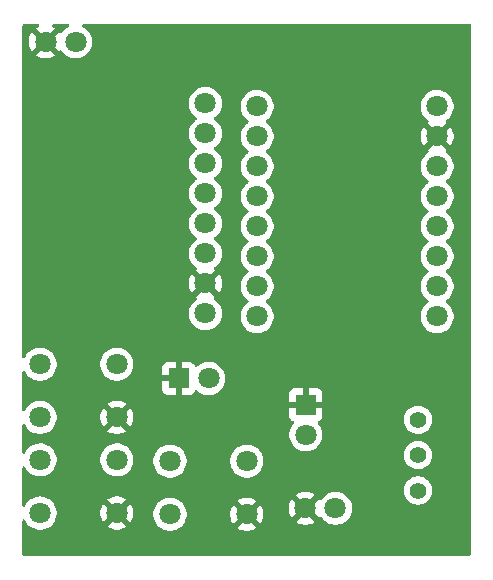
<source format=gbr>
%TF.GenerationSoftware,KiCad,Pcbnew,9.0.5+1*%
%TF.CreationDate,2025-11-07T16:33:50+01:00*%
%TF.ProjectId,PCB,5043422e-6b69-4636-9164-5f7063625858,rev?*%
%TF.SameCoordinates,Original*%
%TF.FileFunction,Copper,L2,Bot*%
%TF.FilePolarity,Positive*%
%FSLAX46Y46*%
G04 Gerber Fmt 4.6, Leading zero omitted, Abs format (unit mm)*
G04 Created by KiCad (PCBNEW 9.0.5+1) date 2025-11-07 16:33:50*
%MOMM*%
%LPD*%
G01*
G04 APERTURE LIST*
%TA.AperFunction,ComponentPad*%
%ADD10C,1.800000*%
%TD*%
%TA.AperFunction,ComponentPad*%
%ADD11C,1.400000*%
%TD*%
%TA.AperFunction,ComponentPad*%
%ADD12R,1.800000X1.800000*%
%TD*%
G04 APERTURE END LIST*
D10*
%TO.P,J1,1,Pin_1*%
%TO.N,GND*%
X-209540000Y12500000D03*
%TO.P,J1,2,Pin_2*%
%TO.N,Net-(J1-Pin_2)*%
X-207000000Y12500000D03*
%TD*%
%TO.P,J2,1,Pin_1*%
%TO.N,GND*%
X-187540000Y-27000000D03*
%TO.P,J2,2,Pin_2*%
%TO.N,Net-(J2-Pin_2)*%
X-185000000Y-27000000D03*
%TD*%
%TO.P,U1,0*%
%TO.N,Net-(J1-Pin_2)*%
X-176385000Y-10755000D03*
%TO.P,U1,1*%
%TO.N,Net-(D1-A)*%
X-176385000Y-8215000D03*
%TO.P,U1,2*%
%TO.N,unconnected-(U1-Pad2)*%
X-176385000Y-5675000D03*
%TO.P,U1,3*%
%TO.N,unconnected-(U1-Pad3)*%
X-176385000Y-3135000D03*
%TO.P,U1,3V3,3V3*%
%TO.N,unconnected-(U1-Pad3V3)*%
X-176385000Y1945000D03*
%TO.P,U1,4*%
%TO.N,unconnected-(U1-Pad4)*%
X-176385000Y-595000D03*
%TO.P,U1,5*%
%TO.N,unconnected-(U1-Pad5)*%
X-191625000Y7025000D03*
%TO.P,U1,5V,5V*%
%TO.N,VCC*%
X-176385000Y7025000D03*
%TO.P,U1,6*%
%TO.N,unconnected-(U1-Pad6)*%
X-191625000Y4485000D03*
%TO.P,U1,7*%
%TO.N,Net-(U2-INT)*%
X-191625000Y1945000D03*
%TO.P,U1,8,SDA*%
%TO.N,Net-(U1-SDA)*%
X-191625000Y-595000D03*
%TO.P,U1,9,SCL*%
%TO.N,Net-(U1-SCL)*%
X-191625000Y-3135000D03*
%TO.P,U1,10*%
%TO.N,Net-(SW1-Pad1)*%
X-191625000Y-5675000D03*
%TO.P,U1,20*%
%TO.N,Net-(SW2-Pad1)*%
X-191625000Y-8215000D03*
%TO.P,U1,21*%
%TO.N,Net-(SW3-Pad1)*%
X-191625000Y-10755000D03*
%TO.P,U1,GND,GND*%
%TO.N,GND*%
X-176385000Y4485000D03*
%TD*%
D11*
%TO.P,SW4,1,A*%
%TO.N,VCC*%
X-178000000Y-19500000D03*
%TO.P,SW4,2,B*%
%TO.N,Net-(J2-Pin_2)*%
X-178000000Y-22500000D03*
%TO.P,SW4,3,C*%
%TO.N,unconnected-(SW4A-C-Pad3)*%
X-178000000Y-25500000D03*
%TD*%
D10*
%TO.P,SW2,1,1*%
%TO.N,Net-(SW2-Pad1)*%
X-203500000Y-22900000D03*
%TO.P,SW2,2,2*%
%TO.N,unconnected-(SW2-Pad2)*%
X-210000000Y-22900000D03*
%TO.P,SW2,3,K*%
%TO.N,unconnected-(SW2-K-Pad3)*%
X-210000000Y-27400000D03*
%TO.P,SW2,4,A*%
%TO.N,GND*%
X-203500000Y-27400000D03*
%TD*%
%TO.P,U2,1,VCC*%
%TO.N,VCC*%
X-196000000Y-10500000D03*
%TO.P,U2,2,GND*%
%TO.N,GND*%
X-196000000Y-7960000D03*
%TO.P,U2,3,SCL*%
%TO.N,Net-(U1-SCL)*%
X-196000000Y-5420000D03*
%TO.P,U2,4,SDA*%
%TO.N,Net-(U1-SDA)*%
X-196000000Y-2880000D03*
%TO.P,U2,5,XDA*%
%TO.N,unconnected-(U2-XDA-Pad5)*%
X-196000000Y-340000D03*
%TO.P,U2,6,XCL*%
%TO.N,unconnected-(U2-XCL-Pad6)*%
X-196000000Y2200000D03*
%TO.P,U2,7,ADO*%
%TO.N,unconnected-(U2-ADO-Pad7)*%
X-196000000Y4740000D03*
%TO.P,U2,8,INT*%
%TO.N,Net-(U2-INT)*%
X-196000000Y7280000D03*
%TD*%
%TO.P,SW3,1,1*%
%TO.N,Net-(SW3-Pad1)*%
X-192500000Y-23000000D03*
%TO.P,SW3,2,2*%
%TO.N,unconnected-(SW3-Pad2)*%
X-199000000Y-23000000D03*
%TO.P,SW3,3,K*%
%TO.N,unconnected-(SW3-K-Pad3)*%
X-199000000Y-27500000D03*
%TO.P,SW3,4,A*%
%TO.N,GND*%
X-192500000Y-27500000D03*
%TD*%
D12*
%TO.P,D1,1,K*%
%TO.N,GND*%
X-198270000Y-16000000D03*
D10*
%TO.P,D1,2,A*%
%TO.N,Net-(D1-A)*%
X-195730000Y-16000000D03*
%TD*%
D12*
%TO.P,D2,1,K*%
%TO.N,GND*%
X-187500000Y-18230000D03*
D10*
%TO.P,D2,2,A*%
%TO.N,VCC*%
X-187500000Y-20770000D03*
%TD*%
%TO.P,SW1,1,1*%
%TO.N,Net-(SW1-Pad1)*%
X-203500000Y-14800000D03*
%TO.P,SW1,2,2*%
%TO.N,unconnected-(SW1-Pad2)*%
X-210000000Y-14800000D03*
%TO.P,SW1,3,K*%
%TO.N,unconnected-(SW1-K-Pad3)*%
X-210000000Y-19300000D03*
%TO.P,SW1,4,A*%
%TO.N,GND*%
X-203500000Y-19300000D03*
%TD*%
%TA.AperFunction,Conductor*%
%TO.N,GND*%
G36*
X-210130289Y13979815D02*
G01*
X-210084534Y13927011D01*
X-210074590Y13857853D01*
X-210103615Y13794297D01*
X-210141033Y13765015D01*
X-210273760Y13697386D01*
X-210337513Y13651066D01*
X-210337514Y13651066D01*
X-209628585Y12942138D01*
X-209713694Y12919333D01*
X-209816306Y12860090D01*
X-209900090Y12776306D01*
X-209959333Y12673694D01*
X-209982138Y12588585D01*
X-210691066Y13297514D01*
X-210691066Y13297513D01*
X-210737386Y13233760D01*
X-210837432Y13037410D01*
X-210905526Y12827835D01*
X-210940000Y12610181D01*
X-210940000Y12389818D01*
X-210905526Y12172164D01*
X-210837432Y11962589D01*
X-210737388Y11766243D01*
X-210691066Y11702485D01*
X-210691065Y11702485D01*
X-209982137Y12411413D01*
X-209959333Y12326306D01*
X-209900090Y12223694D01*
X-209816306Y12139910D01*
X-209713694Y12080667D01*
X-209628584Y12057861D01*
X-210337513Y11348932D01*
X-210273756Y11302611D01*
X-210077410Y11202567D01*
X-209867835Y11134473D01*
X-209650181Y11100000D01*
X-209429819Y11100000D01*
X-209212164Y11134473D01*
X-209002589Y11202567D01*
X-208806233Y11302616D01*
X-208742485Y11348931D01*
X-208742485Y11348932D01*
X-209451415Y12057861D01*
X-209366306Y12080667D01*
X-209263694Y12139910D01*
X-209179910Y12223694D01*
X-209120667Y12326306D01*
X-209097861Y12411414D01*
X-208388932Y11702485D01*
X-208388930Y11702485D01*
X-208370626Y11727679D01*
X-208315296Y11770345D01*
X-208245683Y11776324D01*
X-208183888Y11743718D01*
X-208169990Y11727679D01*
X-208068247Y11587640D01*
X-207912363Y11431756D01*
X-207912358Y11431752D01*
X-207734025Y11302187D01*
X-207734022Y11302185D01*
X-207671096Y11270122D01*
X-207537606Y11202104D01*
X-207537603Y11202103D01*
X-207327952Y11133985D01*
X-207219086Y11116742D01*
X-207110222Y11099500D01*
X-207110221Y11099500D01*
X-206889779Y11099500D01*
X-206889778Y11099500D01*
X-206817201Y11110995D01*
X-206672047Y11133985D01*
X-206462396Y11202103D01*
X-206462393Y11202104D01*
X-206265974Y11302187D01*
X-206087641Y11431752D01*
X-206087636Y11431756D01*
X-205931756Y11587636D01*
X-205931752Y11587641D01*
X-205802187Y11765974D01*
X-205702104Y11962393D01*
X-205702103Y11962396D01*
X-205633985Y12172047D01*
X-205599500Y12389778D01*
X-205599500Y12610221D01*
X-205633985Y12827952D01*
X-205702103Y13037603D01*
X-205702104Y13037606D01*
X-205770122Y13171096D01*
X-205802185Y13234022D01*
X-205802187Y13234025D01*
X-205931752Y13412358D01*
X-205931756Y13412363D01*
X-206087636Y13568243D01*
X-206087641Y13568247D01*
X-206265974Y13697812D01*
X-206265978Y13697815D01*
X-206397864Y13765015D01*
X-206448660Y13812990D01*
X-206465455Y13880811D01*
X-206442917Y13946946D01*
X-206388202Y13990397D01*
X-206341569Y13999500D01*
X-173624500Y13999500D01*
X-173557461Y13979815D01*
X-173511706Y13927011D01*
X-173500500Y13875500D01*
X-173500500Y-30875500D01*
X-173520185Y-30942539D01*
X-173572989Y-30988294D01*
X-173624500Y-30999500D01*
X-211375500Y-30999500D01*
X-211442539Y-30979815D01*
X-211488294Y-30927011D01*
X-211499500Y-30875500D01*
X-211499500Y-28058431D01*
X-211479815Y-27991392D01*
X-211427011Y-27945637D01*
X-211357853Y-27935693D01*
X-211294297Y-27964718D01*
X-211265014Y-28002136D01*
X-211197815Y-28134022D01*
X-211068242Y-28312365D01*
X-210912365Y-28468242D01*
X-210734022Y-28597815D01*
X-210537606Y-28697895D01*
X-210327951Y-28766015D01*
X-210110222Y-28800500D01*
X-210110221Y-28800500D01*
X-209889779Y-28800500D01*
X-209889778Y-28800500D01*
X-209672049Y-28766015D01*
X-209567221Y-28731955D01*
X-209462396Y-28697896D01*
X-209462393Y-28697895D01*
X-209370486Y-28651065D01*
X-209265978Y-28597815D01*
X-209201632Y-28551065D01*
X-209087641Y-28468247D01*
X-209087636Y-28468243D01*
X-208931756Y-28312363D01*
X-208931752Y-28312358D01*
X-208802187Y-28134025D01*
X-208802049Y-28133756D01*
X-208753058Y-28037606D01*
X-208702104Y-27937606D01*
X-208702103Y-27937603D01*
X-208633985Y-27727952D01*
X-208616742Y-27619086D01*
X-208599500Y-27510222D01*
X-208599500Y-27289818D01*
X-204900000Y-27289818D01*
X-204900000Y-27510181D01*
X-204865526Y-27727835D01*
X-204797432Y-27937410D01*
X-204697386Y-28133760D01*
X-204651066Y-28197513D01*
X-204651066Y-28197514D01*
X-203942137Y-27488585D01*
X-203919333Y-27573694D01*
X-203860090Y-27676306D01*
X-203776306Y-27760090D01*
X-203673694Y-27819333D01*
X-203588585Y-27842138D01*
X-204297514Y-28551066D01*
X-204233760Y-28597386D01*
X-204037410Y-28697432D01*
X-203827835Y-28765526D01*
X-203610181Y-28800000D01*
X-203389819Y-28800000D01*
X-203172164Y-28765526D01*
X-202962589Y-28697432D01*
X-202766243Y-28597388D01*
X-202702485Y-28551066D01*
X-202702485Y-28551065D01*
X-203411414Y-27842137D01*
X-203326306Y-27819333D01*
X-203223694Y-27760090D01*
X-203139910Y-27676306D01*
X-203080667Y-27573694D01*
X-203057861Y-27488584D01*
X-202348932Y-28197513D01*
X-202302611Y-28133756D01*
X-202202567Y-27937410D01*
X-202134473Y-27727835D01*
X-202100000Y-27510181D01*
X-202100000Y-27389778D01*
X-200400500Y-27389778D01*
X-200400500Y-27610222D01*
X-200366015Y-27827951D01*
X-200297895Y-28037606D01*
X-200197815Y-28234022D01*
X-200068242Y-28412365D01*
X-199912365Y-28568242D01*
X-199734022Y-28697815D01*
X-199537606Y-28797895D01*
X-199327951Y-28866015D01*
X-199110222Y-28900500D01*
X-199110221Y-28900500D01*
X-198889779Y-28900500D01*
X-198889778Y-28900500D01*
X-198672049Y-28866015D01*
X-198567221Y-28831955D01*
X-198462396Y-28797896D01*
X-198462393Y-28797895D01*
X-198394375Y-28763237D01*
X-198265978Y-28697815D01*
X-198201632Y-28651065D01*
X-198087641Y-28568247D01*
X-198087636Y-28568243D01*
X-197931756Y-28412363D01*
X-197931752Y-28412358D01*
X-197802187Y-28234025D01*
X-197802049Y-28233756D01*
X-197751096Y-28133756D01*
X-197702104Y-28037606D01*
X-197702103Y-28037603D01*
X-197633985Y-27827952D01*
X-197599500Y-27610221D01*
X-197599500Y-27389818D01*
X-193900000Y-27389818D01*
X-193900000Y-27610181D01*
X-193865526Y-27827835D01*
X-193797432Y-28037410D01*
X-193697386Y-28233760D01*
X-193651066Y-28297513D01*
X-193651066Y-28297514D01*
X-192942137Y-27588585D01*
X-192919333Y-27673694D01*
X-192860090Y-27776306D01*
X-192776306Y-27860090D01*
X-192673694Y-27919333D01*
X-192588585Y-27942138D01*
X-193297514Y-28651066D01*
X-193233760Y-28697386D01*
X-193037410Y-28797432D01*
X-192827835Y-28865526D01*
X-192610181Y-28900000D01*
X-192389819Y-28900000D01*
X-192172164Y-28865526D01*
X-191962589Y-28797432D01*
X-191766243Y-28697388D01*
X-191702485Y-28651066D01*
X-191702485Y-28651065D01*
X-192411414Y-27942137D01*
X-192326306Y-27919333D01*
X-192223694Y-27860090D01*
X-192139910Y-27776306D01*
X-192080667Y-27673694D01*
X-192057861Y-27588584D01*
X-191348932Y-28297513D01*
X-191302611Y-28233756D01*
X-191207715Y-28047512D01*
X-191207713Y-28047510D01*
X-191207713Y-28047509D01*
X-191202568Y-28037412D01*
X-191134473Y-27827835D01*
X-191100000Y-27610181D01*
X-191100000Y-27389818D01*
X-191134473Y-27172164D01*
X-191202568Y-26962586D01*
X-191213443Y-26941242D01*
X-191213445Y-26941241D01*
X-191239646Y-26889818D01*
X-188940000Y-26889818D01*
X-188940000Y-27110181D01*
X-188905526Y-27327835D01*
X-188837432Y-27537410D01*
X-188737386Y-27733760D01*
X-188691066Y-27797513D01*
X-188691066Y-27797514D01*
X-187982137Y-27088585D01*
X-187959333Y-27173694D01*
X-187900090Y-27276306D01*
X-187816306Y-27360090D01*
X-187713694Y-27419333D01*
X-187628585Y-27442138D01*
X-188337514Y-28151066D01*
X-188273760Y-28197386D01*
X-188077410Y-28297432D01*
X-187867835Y-28365526D01*
X-187650181Y-28400000D01*
X-187429819Y-28400000D01*
X-187212164Y-28365526D01*
X-187002589Y-28297432D01*
X-186806243Y-28197388D01*
X-186742485Y-28151066D01*
X-186742485Y-28151065D01*
X-187451414Y-27442137D01*
X-187366306Y-27419333D01*
X-187263694Y-27360090D01*
X-187179910Y-27276306D01*
X-187120667Y-27173694D01*
X-187097861Y-27088584D01*
X-186388932Y-27797513D01*
X-186370628Y-27772319D01*
X-186315298Y-27729653D01*
X-186245685Y-27723674D01*
X-186183889Y-27756279D01*
X-186169994Y-27772313D01*
X-186068242Y-27912365D01*
X-185912365Y-28068242D01*
X-185734022Y-28197815D01*
X-185537606Y-28297895D01*
X-185327951Y-28366015D01*
X-185110222Y-28400500D01*
X-185110221Y-28400500D01*
X-184889779Y-28400500D01*
X-184889778Y-28400500D01*
X-184672049Y-28366015D01*
X-184567221Y-28331955D01*
X-184462396Y-28297896D01*
X-184462393Y-28297895D01*
X-184394375Y-28263237D01*
X-184265978Y-28197815D01*
X-184177813Y-28133760D01*
X-184087641Y-28068247D01*
X-184087636Y-28068243D01*
X-183931756Y-27912363D01*
X-183931752Y-27912358D01*
X-183802187Y-27734025D01*
X-183799092Y-27727952D01*
X-183739105Y-27610222D01*
X-183702104Y-27537606D01*
X-183702103Y-27537603D01*
X-183633985Y-27327952D01*
X-183609311Y-27172164D01*
X-183599500Y-27110222D01*
X-183599500Y-26889778D01*
X-183619066Y-26766243D01*
X-183633985Y-26672047D01*
X-183702103Y-26462396D01*
X-183702104Y-26462393D01*
X-183802187Y-26265974D01*
X-183931752Y-26087641D01*
X-183931756Y-26087636D01*
X-184087636Y-25931756D01*
X-184087641Y-25931752D01*
X-184265974Y-25802187D01*
X-184462393Y-25702104D01*
X-184462396Y-25702103D01*
X-184672047Y-25633985D01*
X-184817201Y-25610995D01*
X-184889778Y-25599500D01*
X-185110222Y-25599500D01*
X-185219086Y-25616742D01*
X-185327952Y-25633985D01*
X-185537603Y-25702103D01*
X-185537606Y-25702104D01*
X-185671096Y-25770122D01*
X-185734022Y-25802185D01*
X-185734024Y-25802186D01*
X-185734025Y-25802187D01*
X-185912358Y-25931752D01*
X-185912363Y-25931756D01*
X-186068247Y-26087640D01*
X-186169990Y-26227679D01*
X-186225319Y-26270345D01*
X-186294933Y-26276324D01*
X-186356728Y-26243719D01*
X-186370626Y-26227679D01*
X-186388930Y-26202485D01*
X-186388932Y-26202485D01*
X-187097861Y-26911414D01*
X-187120667Y-26826306D01*
X-187179910Y-26723694D01*
X-187263694Y-26639910D01*
X-187366306Y-26580667D01*
X-187451414Y-26557861D01*
X-186742485Y-25848932D01*
X-186742485Y-25848931D01*
X-186806233Y-25802616D01*
X-187002589Y-25702567D01*
X-187212164Y-25634473D01*
X-187429819Y-25600000D01*
X-187650181Y-25600000D01*
X-187867835Y-25634473D01*
X-188077410Y-25702567D01*
X-188273756Y-25802611D01*
X-188337513Y-25848932D01*
X-187628583Y-26557861D01*
X-187713694Y-26580667D01*
X-187816306Y-26639910D01*
X-187900090Y-26723694D01*
X-187959333Y-26826306D01*
X-187982137Y-26911414D01*
X-188691066Y-26202485D01*
X-188737388Y-26266243D01*
X-188837432Y-26462589D01*
X-188905526Y-26672164D01*
X-188940000Y-26889818D01*
X-191239646Y-26889818D01*
X-191302616Y-26766233D01*
X-191348931Y-26702485D01*
X-191348932Y-26702485D01*
X-192057861Y-27411414D01*
X-192080667Y-27326306D01*
X-192139910Y-27223694D01*
X-192223694Y-27139910D01*
X-192326306Y-27080667D01*
X-192411414Y-27057861D01*
X-191702485Y-26348932D01*
X-191702485Y-26348931D01*
X-191766233Y-26302616D01*
X-191962589Y-26202567D01*
X-192172164Y-26134473D01*
X-192389819Y-26100000D01*
X-192610181Y-26100000D01*
X-192827835Y-26134473D01*
X-193037410Y-26202567D01*
X-193233756Y-26302611D01*
X-193297513Y-26348932D01*
X-192588583Y-27057861D01*
X-192673694Y-27080667D01*
X-192776306Y-27139910D01*
X-192860090Y-27223694D01*
X-192919333Y-27326306D01*
X-192942137Y-27411413D01*
X-193651065Y-26702485D01*
X-193651066Y-26702485D01*
X-193697388Y-26766243D01*
X-193797432Y-26962589D01*
X-193865526Y-27172164D01*
X-193900000Y-27389818D01*
X-197599500Y-27389818D01*
X-197599500Y-27389778D01*
X-197633985Y-27172047D01*
X-197702103Y-26962396D01*
X-197702104Y-26962393D01*
X-197802187Y-26765974D01*
X-197931752Y-26587641D01*
X-197931756Y-26587636D01*
X-198035521Y-26483872D01*
X-198087636Y-26431756D01*
X-198087641Y-26431752D01*
X-198265974Y-26302187D01*
X-198462393Y-26202104D01*
X-198462396Y-26202103D01*
X-198672047Y-26133985D01*
X-198817201Y-26110995D01*
X-198889778Y-26099500D01*
X-199110222Y-26099500D01*
X-199219086Y-26116742D01*
X-199327952Y-26133985D01*
X-199537603Y-26202103D01*
X-199537606Y-26202104D01*
X-199662955Y-26265974D01*
X-199734022Y-26302185D01*
X-199734024Y-26302186D01*
X-199734025Y-26302187D01*
X-199912358Y-26431752D01*
X-199912363Y-26431756D01*
X-200068243Y-26587636D01*
X-200068247Y-26587641D01*
X-200129571Y-26672047D01*
X-200197815Y-26765978D01*
X-200246941Y-26862393D01*
X-200297895Y-26962393D01*
X-200297896Y-26962396D01*
X-200329363Y-27059244D01*
X-200366015Y-27172049D01*
X-200400500Y-27389778D01*
X-202100000Y-27389778D01*
X-202100000Y-27289818D01*
X-202134473Y-27072164D01*
X-202202567Y-26862589D01*
X-202302616Y-26666233D01*
X-202348931Y-26602485D01*
X-202348932Y-26602485D01*
X-203057861Y-27311414D01*
X-203080667Y-27226306D01*
X-203139910Y-27123694D01*
X-203223694Y-27039910D01*
X-203326306Y-26980667D01*
X-203411414Y-26957861D01*
X-202702485Y-26248932D01*
X-202702485Y-26248931D01*
X-202766233Y-26202616D01*
X-202962589Y-26102567D01*
X-203172164Y-26034473D01*
X-203271979Y-26018664D01*
X-203389819Y-26000000D01*
X-203610181Y-26000000D01*
X-203827835Y-26034473D01*
X-204037410Y-26102567D01*
X-204233756Y-26202611D01*
X-204297513Y-26248932D01*
X-203588583Y-26957861D01*
X-203673694Y-26980667D01*
X-203776306Y-27039910D01*
X-203860090Y-27123694D01*
X-203919333Y-27226306D01*
X-203942137Y-27311413D01*
X-204651065Y-26602485D01*
X-204651066Y-26602485D01*
X-204697388Y-26666243D01*
X-204797432Y-26862589D01*
X-204865526Y-27072164D01*
X-204900000Y-27289818D01*
X-208599500Y-27289818D01*
X-208599500Y-27289778D01*
X-208618128Y-27172164D01*
X-208633985Y-27072047D01*
X-208702103Y-26862396D01*
X-208702104Y-26862393D01*
X-208802187Y-26665974D01*
X-208931752Y-26487641D01*
X-208931756Y-26487636D01*
X-209035521Y-26383872D01*
X-209087636Y-26331756D01*
X-209087641Y-26331752D01*
X-209265974Y-26202187D01*
X-209462393Y-26102104D01*
X-209462396Y-26102103D01*
X-209672047Y-26033985D01*
X-209817201Y-26010995D01*
X-209889778Y-25999500D01*
X-210110222Y-25999500D01*
X-210219086Y-26016742D01*
X-210327952Y-26033985D01*
X-210537603Y-26102103D01*
X-210537606Y-26102104D01*
X-210671096Y-26170122D01*
X-210734022Y-26202185D01*
X-210734024Y-26202186D01*
X-210734025Y-26202187D01*
X-210912358Y-26331752D01*
X-210912363Y-26331756D01*
X-211068243Y-26487636D01*
X-211068247Y-26487641D01*
X-211197814Y-26665976D01*
X-211265016Y-26797864D01*
X-211312990Y-26848659D01*
X-211380812Y-26865454D01*
X-211446946Y-26842916D01*
X-211490397Y-26788201D01*
X-211499500Y-26741568D01*
X-211499500Y-25405513D01*
X-179200500Y-25405513D01*
X-179200500Y-25594486D01*
X-179183381Y-25702567D01*
X-179170940Y-25781118D01*
X-179112547Y-25960832D01*
X-179026760Y-26129199D01*
X-178915690Y-26282073D01*
X-178782073Y-26415690D01*
X-178629199Y-26526760D01*
X-178460832Y-26612547D01*
X-178295574Y-26666243D01*
X-178281118Y-26670940D01*
X-178094486Y-26700500D01*
X-178094481Y-26700500D01*
X-177905514Y-26700500D01*
X-177718881Y-26670940D01*
X-177623382Y-26639910D01*
X-177539168Y-26612547D01*
X-177539165Y-26612545D01*
X-177539163Y-26612545D01*
X-177450347Y-26567290D01*
X-177370801Y-26526760D01*
X-177217927Y-26415690D01*
X-177084310Y-26282073D01*
X-176973240Y-26129199D01*
X-176958362Y-26100000D01*
X-176887454Y-25960836D01*
X-176829059Y-25781118D01*
X-176799500Y-25594486D01*
X-176799500Y-25405513D01*
X-176829059Y-25218881D01*
X-176887454Y-25039163D01*
X-176973240Y-24870800D01*
X-177036610Y-24783579D01*
X-177084310Y-24717927D01*
X-177084312Y-24717925D01*
X-177084312Y-24717924D01*
X-177217924Y-24584312D01*
X-177370800Y-24473240D01*
X-177539163Y-24387454D01*
X-177718881Y-24329059D01*
X-177905514Y-24299500D01*
X-177905519Y-24299500D01*
X-178094481Y-24299500D01*
X-178094486Y-24299500D01*
X-178281118Y-24329059D01*
X-178460836Y-24387454D01*
X-178629199Y-24473240D01*
X-178782073Y-24584310D01*
X-178915690Y-24717927D01*
X-179026759Y-24870800D01*
X-179112545Y-25039163D01*
X-179170940Y-25218881D01*
X-179200500Y-25405513D01*
X-211499500Y-25405513D01*
X-211499500Y-23558431D01*
X-211479815Y-23491392D01*
X-211427011Y-23445637D01*
X-211357853Y-23435693D01*
X-211294297Y-23464718D01*
X-211265014Y-23502136D01*
X-211197815Y-23634022D01*
X-211068242Y-23812365D01*
X-210912365Y-23968242D01*
X-210734022Y-24097815D01*
X-210537606Y-24197895D01*
X-210327951Y-24266015D01*
X-210110222Y-24300500D01*
X-210110221Y-24300500D01*
X-209889779Y-24300500D01*
X-209889778Y-24300500D01*
X-209672049Y-24266015D01*
X-209567221Y-24231955D01*
X-209462396Y-24197896D01*
X-209462393Y-24197895D01*
X-209394375Y-24163237D01*
X-209265978Y-24097815D01*
X-209225274Y-24068242D01*
X-209087641Y-23968247D01*
X-209087636Y-23968243D01*
X-208931756Y-23812363D01*
X-208931752Y-23812358D01*
X-208802187Y-23634025D01*
X-208702104Y-23437606D01*
X-208702103Y-23437603D01*
X-208633985Y-23227952D01*
X-208616742Y-23119086D01*
X-208599500Y-23010222D01*
X-208599500Y-22789778D01*
X-204900500Y-22789778D01*
X-204900500Y-23010222D01*
X-204866015Y-23227951D01*
X-204797895Y-23437606D01*
X-204697815Y-23634022D01*
X-204568242Y-23812365D01*
X-204412365Y-23968242D01*
X-204234022Y-24097815D01*
X-204037606Y-24197895D01*
X-203827951Y-24266015D01*
X-203610222Y-24300500D01*
X-203610221Y-24300500D01*
X-203389779Y-24300500D01*
X-203389778Y-24300500D01*
X-203172049Y-24266015D01*
X-203067221Y-24231955D01*
X-202962396Y-24197896D01*
X-202962393Y-24197895D01*
X-202894375Y-24163237D01*
X-202765978Y-24097815D01*
X-202725274Y-24068242D01*
X-202587641Y-23968247D01*
X-202587636Y-23968243D01*
X-202431756Y-23812363D01*
X-202431752Y-23812358D01*
X-202302187Y-23634025D01*
X-202202104Y-23437606D01*
X-202202103Y-23437603D01*
X-202133985Y-23227952D01*
X-202116742Y-23119086D01*
X-202099500Y-23010222D01*
X-202099500Y-22889778D01*
X-200400500Y-22889778D01*
X-200400500Y-23110222D01*
X-200366015Y-23327951D01*
X-200297895Y-23537606D01*
X-200197815Y-23734022D01*
X-200068242Y-23912365D01*
X-199912365Y-24068242D01*
X-199734022Y-24197815D01*
X-199537606Y-24297895D01*
X-199327951Y-24366015D01*
X-199110222Y-24400500D01*
X-199110221Y-24400500D01*
X-198889779Y-24400500D01*
X-198889778Y-24400500D01*
X-198672049Y-24366015D01*
X-198558308Y-24329059D01*
X-198462396Y-24297896D01*
X-198462393Y-24297895D01*
X-198394375Y-24263237D01*
X-198265978Y-24197815D01*
X-198243192Y-24181260D01*
X-198087641Y-24068247D01*
X-198087636Y-24068243D01*
X-197931756Y-23912363D01*
X-197931752Y-23912358D01*
X-197802187Y-23734025D01*
X-197702104Y-23537606D01*
X-197702103Y-23537603D01*
X-197633985Y-23327952D01*
X-197599500Y-23110221D01*
X-197599500Y-22889778D01*
X-193900500Y-22889778D01*
X-193900500Y-23110222D01*
X-193866015Y-23327951D01*
X-193797895Y-23537606D01*
X-193697815Y-23734022D01*
X-193568242Y-23912365D01*
X-193412365Y-24068242D01*
X-193234022Y-24197815D01*
X-193037606Y-24297895D01*
X-192827951Y-24366015D01*
X-192610222Y-24400500D01*
X-192610221Y-24400500D01*
X-192389779Y-24400500D01*
X-192389778Y-24400500D01*
X-192172049Y-24366015D01*
X-192058308Y-24329059D01*
X-191962396Y-24297896D01*
X-191962393Y-24297895D01*
X-191894375Y-24263237D01*
X-191765978Y-24197815D01*
X-191743192Y-24181260D01*
X-191587641Y-24068247D01*
X-191587636Y-24068243D01*
X-191431756Y-23912363D01*
X-191431752Y-23912358D01*
X-191302187Y-23734025D01*
X-191202104Y-23537606D01*
X-191202103Y-23537603D01*
X-191133985Y-23327952D01*
X-191099500Y-23110221D01*
X-191099500Y-22889778D01*
X-191133985Y-22672047D01*
X-191202103Y-22462396D01*
X-191202104Y-22462394D01*
X-191204882Y-22456944D01*
X-191204882Y-22456942D01*
X-191204883Y-22456942D01*
X-191231088Y-22405513D01*
X-179200500Y-22405513D01*
X-179200500Y-22594486D01*
X-179188215Y-22672047D01*
X-179170940Y-22781118D01*
X-179112547Y-22960832D01*
X-179026760Y-23129199D01*
X-178915690Y-23282073D01*
X-178782073Y-23415690D01*
X-178629199Y-23526760D01*
X-178460832Y-23612547D01*
X-178281118Y-23670940D01*
X-178094486Y-23700500D01*
X-178094481Y-23700500D01*
X-177905514Y-23700500D01*
X-177718881Y-23670940D01*
X-177605261Y-23634022D01*
X-177539168Y-23612547D01*
X-177539165Y-23612545D01*
X-177539163Y-23612545D01*
X-177392082Y-23537603D01*
X-177370801Y-23526760D01*
X-177217927Y-23415690D01*
X-177084310Y-23282073D01*
X-176973240Y-23129199D01*
X-176912618Y-23010222D01*
X-176887454Y-22960836D01*
X-176829059Y-22781118D01*
X-176799500Y-22594486D01*
X-176799500Y-22405513D01*
X-176829059Y-22218881D01*
X-176887454Y-22039163D01*
X-176973240Y-21870800D01*
X-177036610Y-21783579D01*
X-177084310Y-21717927D01*
X-177084312Y-21717925D01*
X-177084312Y-21717924D01*
X-177217924Y-21584312D01*
X-177370800Y-21473240D01*
X-177539163Y-21387454D01*
X-177718881Y-21329059D01*
X-177905514Y-21299500D01*
X-177905519Y-21299500D01*
X-178094481Y-21299500D01*
X-178094486Y-21299500D01*
X-178281118Y-21329059D01*
X-178460836Y-21387454D01*
X-178629199Y-21473240D01*
X-178782073Y-21584310D01*
X-178915690Y-21717927D01*
X-179026759Y-21870800D01*
X-179112545Y-22039163D01*
X-179170940Y-22218881D01*
X-179200500Y-22405513D01*
X-191231088Y-22405513D01*
X-191302187Y-22265974D01*
X-191431752Y-22087641D01*
X-191431756Y-22087636D01*
X-191587636Y-21931756D01*
X-191587641Y-21931752D01*
X-191765974Y-21802187D01*
X-191962393Y-21702104D01*
X-191962396Y-21702103D01*
X-192172047Y-21633985D01*
X-192317201Y-21610995D01*
X-192389778Y-21599500D01*
X-192610222Y-21599500D01*
X-192719086Y-21616742D01*
X-192827952Y-21633985D01*
X-193037603Y-21702103D01*
X-193037606Y-21702104D01*
X-193171096Y-21770122D01*
X-193234022Y-21802185D01*
X-193234024Y-21802186D01*
X-193234025Y-21802187D01*
X-193412358Y-21931752D01*
X-193412363Y-21931756D01*
X-193568243Y-22087636D01*
X-193568247Y-22087641D01*
X-193625160Y-22165976D01*
X-193697815Y-22265978D01*
X-193746941Y-22362393D01*
X-193797895Y-22462393D01*
X-193797895Y-22462394D01*
X-193866015Y-22672049D01*
X-193900500Y-22889778D01*
X-197599500Y-22889778D01*
X-197633985Y-22672047D01*
X-197702103Y-22462396D01*
X-197702104Y-22462393D01*
X-197802187Y-22265974D01*
X-197931752Y-22087641D01*
X-197931756Y-22087636D01*
X-198087636Y-21931756D01*
X-198087641Y-21931752D01*
X-198265974Y-21802187D01*
X-198462393Y-21702104D01*
X-198462396Y-21702103D01*
X-198672047Y-21633985D01*
X-198817201Y-21610995D01*
X-198889778Y-21599500D01*
X-199110222Y-21599500D01*
X-199219086Y-21616742D01*
X-199327952Y-21633985D01*
X-199537603Y-21702103D01*
X-199537606Y-21702104D01*
X-199671096Y-21770122D01*
X-199734022Y-21802185D01*
X-199734024Y-21802186D01*
X-199734025Y-21802187D01*
X-199912358Y-21931752D01*
X-199912363Y-21931756D01*
X-200068243Y-22087636D01*
X-200068247Y-22087641D01*
X-200125160Y-22165976D01*
X-200197815Y-22265978D01*
X-200246941Y-22362393D01*
X-200297895Y-22462393D01*
X-200297895Y-22462394D01*
X-200366015Y-22672049D01*
X-200400500Y-22889778D01*
X-202099500Y-22889778D01*
X-202099500Y-22789778D01*
X-202100872Y-22781118D01*
X-202133985Y-22572047D01*
X-202202103Y-22362396D01*
X-202202104Y-22362393D01*
X-202302187Y-22165974D01*
X-202431752Y-21987641D01*
X-202431756Y-21987636D01*
X-202587636Y-21831756D01*
X-202587641Y-21831752D01*
X-202765974Y-21702187D01*
X-202962393Y-21602104D01*
X-202962396Y-21602103D01*
X-203172047Y-21533985D01*
X-203317201Y-21510995D01*
X-203389778Y-21499500D01*
X-203610222Y-21499500D01*
X-203719086Y-21516742D01*
X-203827952Y-21533985D01*
X-204037603Y-21602103D01*
X-204037606Y-21602104D01*
X-204171096Y-21670122D01*
X-204234022Y-21702185D01*
X-204234024Y-21702186D01*
X-204234025Y-21702187D01*
X-204412358Y-21831752D01*
X-204412363Y-21831756D01*
X-204568243Y-21987636D01*
X-204568247Y-21987641D01*
X-204605679Y-22039163D01*
X-204697815Y-22165978D01*
X-204724771Y-22218882D01*
X-204797895Y-22362393D01*
X-204797896Y-22362396D01*
X-204811905Y-22405513D01*
X-204866015Y-22572049D01*
X-204900500Y-22789778D01*
X-208599500Y-22789778D01*
X-208600872Y-22781118D01*
X-208633985Y-22572047D01*
X-208702103Y-22362396D01*
X-208702104Y-22362393D01*
X-208802187Y-22165974D01*
X-208931752Y-21987641D01*
X-208931756Y-21987636D01*
X-209087636Y-21831756D01*
X-209087641Y-21831752D01*
X-209265974Y-21702187D01*
X-209462393Y-21602104D01*
X-209462396Y-21602103D01*
X-209672047Y-21533985D01*
X-209817201Y-21510995D01*
X-209889778Y-21499500D01*
X-210110222Y-21499500D01*
X-210219086Y-21516742D01*
X-210327952Y-21533985D01*
X-210537603Y-21602103D01*
X-210537606Y-21602104D01*
X-210671096Y-21670122D01*
X-210734022Y-21702185D01*
X-210734024Y-21702186D01*
X-210734025Y-21702187D01*
X-210912358Y-21831752D01*
X-210912363Y-21831756D01*
X-211068243Y-21987636D01*
X-211068247Y-21987641D01*
X-211197814Y-22165976D01*
X-211265016Y-22297864D01*
X-211312990Y-22348659D01*
X-211380812Y-22365454D01*
X-211446946Y-22342916D01*
X-211490397Y-22288201D01*
X-211499500Y-22241568D01*
X-211499500Y-19958431D01*
X-211479815Y-19891392D01*
X-211427011Y-19845637D01*
X-211357853Y-19835693D01*
X-211294297Y-19864718D01*
X-211265014Y-19902136D01*
X-211197815Y-20034022D01*
X-211068242Y-20212365D01*
X-210912365Y-20368242D01*
X-210734022Y-20497815D01*
X-210537606Y-20597895D01*
X-210327951Y-20666015D01*
X-210110222Y-20700500D01*
X-210110221Y-20700500D01*
X-209889779Y-20700500D01*
X-209889778Y-20700500D01*
X-209672049Y-20666015D01*
X-209567221Y-20631955D01*
X-209462396Y-20597896D01*
X-209462393Y-20597895D01*
X-209394375Y-20563237D01*
X-209265978Y-20497815D01*
X-209189219Y-20442047D01*
X-209087641Y-20368247D01*
X-209087636Y-20368243D01*
X-208931756Y-20212363D01*
X-208931752Y-20212358D01*
X-208802187Y-20034025D01*
X-208802049Y-20033756D01*
X-208734985Y-19902136D01*
X-208702104Y-19837606D01*
X-208702103Y-19837603D01*
X-208633985Y-19627952D01*
X-208599500Y-19410221D01*
X-208599500Y-19189818D01*
X-204900000Y-19189818D01*
X-204900000Y-19410181D01*
X-204865526Y-19627835D01*
X-204797432Y-19837410D01*
X-204697386Y-20033760D01*
X-204651066Y-20097513D01*
X-204651066Y-20097514D01*
X-203942137Y-19388585D01*
X-203919333Y-19473694D01*
X-203860090Y-19576306D01*
X-203776306Y-19660090D01*
X-203673694Y-19719333D01*
X-203588585Y-19742138D01*
X-204297514Y-20451066D01*
X-204233760Y-20497386D01*
X-204037410Y-20597432D01*
X-203827835Y-20665526D01*
X-203610181Y-20700000D01*
X-203389819Y-20700000D01*
X-203172164Y-20665526D01*
X-203154473Y-20659778D01*
X-188900500Y-20659778D01*
X-188900500Y-20880222D01*
X-188866015Y-21097951D01*
X-188797895Y-21307606D01*
X-188697815Y-21504022D01*
X-188568242Y-21682365D01*
X-188412365Y-21838242D01*
X-188234022Y-21967815D01*
X-188037606Y-22067895D01*
X-187827951Y-22136015D01*
X-187610222Y-22170500D01*
X-187610221Y-22170500D01*
X-187389779Y-22170500D01*
X-187389778Y-22170500D01*
X-187172049Y-22136015D01*
X-187067221Y-22101955D01*
X-186962396Y-22067896D01*
X-186962393Y-22067895D01*
X-186894375Y-22033237D01*
X-186765978Y-21967815D01*
X-186743192Y-21951260D01*
X-186587641Y-21838247D01*
X-186587636Y-21838243D01*
X-186431756Y-21682363D01*
X-186431752Y-21682358D01*
X-186302187Y-21504025D01*
X-186202104Y-21307606D01*
X-186202103Y-21307603D01*
X-186133985Y-21097952D01*
X-186099500Y-20880221D01*
X-186099500Y-20659778D01*
X-186133985Y-20442047D01*
X-186202103Y-20232396D01*
X-186202104Y-20232393D01*
X-186302187Y-20035974D01*
X-186431752Y-19857641D01*
X-186431756Y-19857636D01*
X-186482317Y-19807075D01*
X-186515801Y-19745752D01*
X-186510816Y-19676060D01*
X-186468945Y-19620127D01*
X-186437968Y-19603213D01*
X-186357913Y-19573354D01*
X-186357906Y-19573350D01*
X-186242812Y-19487190D01*
X-186242809Y-19487187D01*
X-186181667Y-19405513D01*
X-179200500Y-19405513D01*
X-179200500Y-19594486D01*
X-179182117Y-19710548D01*
X-179170940Y-19781118D01*
X-179112547Y-19960832D01*
X-179026760Y-20129199D01*
X-178915690Y-20282073D01*
X-178782073Y-20415690D01*
X-178629199Y-20526760D01*
X-178460832Y-20612547D01*
X-178296275Y-20666015D01*
X-178281118Y-20670940D01*
X-178094486Y-20700500D01*
X-178094481Y-20700500D01*
X-177905514Y-20700500D01*
X-177718881Y-20670940D01*
X-177635497Y-20643846D01*
X-177539168Y-20612547D01*
X-177539165Y-20612545D01*
X-177539163Y-20612545D01*
X-177405463Y-20544421D01*
X-177370801Y-20526760D01*
X-177217927Y-20415690D01*
X-177084310Y-20282073D01*
X-176973240Y-20129199D01*
X-176957095Y-20097513D01*
X-176887454Y-19960836D01*
X-176829059Y-19781118D01*
X-176799500Y-19594486D01*
X-176799500Y-19405513D01*
X-176829059Y-19218881D01*
X-176887454Y-19039163D01*
X-176973240Y-18870800D01*
X-177036610Y-18783579D01*
X-177084310Y-18717927D01*
X-177084312Y-18717925D01*
X-177084312Y-18717924D01*
X-177217924Y-18584312D01*
X-177370800Y-18473240D01*
X-177539163Y-18387454D01*
X-177718881Y-18329059D01*
X-177905514Y-18299500D01*
X-177905519Y-18299500D01*
X-178094481Y-18299500D01*
X-178094486Y-18299500D01*
X-178281118Y-18329059D01*
X-178460836Y-18387454D01*
X-178629199Y-18473240D01*
X-178782073Y-18584310D01*
X-178915690Y-18717927D01*
X-179011647Y-18850000D01*
X-179026759Y-18870800D01*
X-179112545Y-19039163D01*
X-179170940Y-19218881D01*
X-179200500Y-19405513D01*
X-186181667Y-19405513D01*
X-186156649Y-19372093D01*
X-186156644Y-19372084D01*
X-186151136Y-19357315D01*
X-186151136Y-19357314D01*
X-186106403Y-19237379D01*
X-186106401Y-19237372D01*
X-186100000Y-19177844D01*
X-186100000Y-18480000D01*
X-187124722Y-18480000D01*
X-187080667Y-18403694D01*
X-187050000Y-18289244D01*
X-187050000Y-18170756D01*
X-187080667Y-18056306D01*
X-187124722Y-17980000D01*
X-186100000Y-17980000D01*
X-186100000Y-17282155D01*
X-186106401Y-17222627D01*
X-186106403Y-17222620D01*
X-186156645Y-17087913D01*
X-186156649Y-17087906D01*
X-186242809Y-16972812D01*
X-186242812Y-16972809D01*
X-186357906Y-16886649D01*
X-186357913Y-16886645D01*
X-186492620Y-16836403D01*
X-186492627Y-16836401D01*
X-186552155Y-16830000D01*
X-187250000Y-16830000D01*
X-187250000Y-17854722D01*
X-187326306Y-17810667D01*
X-187440756Y-17780000D01*
X-187559244Y-17780000D01*
X-187673694Y-17810667D01*
X-187750000Y-17854722D01*
X-187750000Y-16830000D01*
X-188447844Y-16830000D01*
X-188507372Y-16836401D01*
X-188507379Y-16836403D01*
X-188642086Y-16886645D01*
X-188642093Y-16886649D01*
X-188757187Y-16972809D01*
X-188757190Y-16972812D01*
X-188843350Y-17087906D01*
X-188843354Y-17087913D01*
X-188893596Y-17222620D01*
X-188893598Y-17222627D01*
X-188899999Y-17282155D01*
X-188900000Y-17282172D01*
X-188900000Y-17980000D01*
X-187875278Y-17980000D01*
X-187919333Y-18056306D01*
X-187950000Y-18170756D01*
X-187950000Y-18289244D01*
X-187919333Y-18403694D01*
X-187875278Y-18480000D01*
X-188900000Y-18480000D01*
X-188900000Y-19177827D01*
X-188899999Y-19177844D01*
X-188893598Y-19237372D01*
X-188893596Y-19237379D01*
X-188843354Y-19372086D01*
X-188843350Y-19372093D01*
X-188757190Y-19487187D01*
X-188757187Y-19487190D01*
X-188642093Y-19573350D01*
X-188642086Y-19573354D01*
X-188562031Y-19603213D01*
X-188506097Y-19645084D01*
X-188481680Y-19710548D01*
X-188496531Y-19778821D01*
X-188517683Y-19807076D01*
X-188568243Y-19857636D01*
X-188568247Y-19857641D01*
X-188681260Y-20013192D01*
X-188697815Y-20035978D01*
X-188729169Y-20097514D01*
X-188797895Y-20232393D01*
X-188797896Y-20232396D01*
X-188814037Y-20282074D01*
X-188866015Y-20442049D01*
X-188900500Y-20659778D01*
X-203154473Y-20659778D01*
X-202962589Y-20597432D01*
X-202858549Y-20544421D01*
X-202766243Y-20497388D01*
X-202702485Y-20451066D01*
X-202702485Y-20451065D01*
X-203411414Y-19742137D01*
X-203326306Y-19719333D01*
X-203223694Y-19660090D01*
X-203139910Y-19576306D01*
X-203080667Y-19473694D01*
X-203057861Y-19388584D01*
X-202348932Y-20097513D01*
X-202302611Y-20033756D01*
X-202202567Y-19837410D01*
X-202134473Y-19627835D01*
X-202100000Y-19410181D01*
X-202100000Y-19189818D01*
X-202134473Y-18972164D01*
X-202202567Y-18762589D01*
X-202302616Y-18566233D01*
X-202348931Y-18502485D01*
X-202348932Y-18502485D01*
X-203057861Y-19211414D01*
X-203080667Y-19126306D01*
X-203139910Y-19023694D01*
X-203223694Y-18939910D01*
X-203326306Y-18880667D01*
X-203411414Y-18857861D01*
X-202702485Y-18148932D01*
X-202702485Y-18148931D01*
X-202766233Y-18102616D01*
X-202962589Y-18002567D01*
X-203172164Y-17934473D01*
X-203389819Y-17900000D01*
X-203610181Y-17900000D01*
X-203827835Y-17934473D01*
X-204037410Y-18002567D01*
X-204233756Y-18102611D01*
X-204297513Y-18148932D01*
X-203588583Y-18857861D01*
X-203673694Y-18880667D01*
X-203776306Y-18939910D01*
X-203860090Y-19023694D01*
X-203919333Y-19126306D01*
X-203942137Y-19211413D01*
X-204651065Y-18502485D01*
X-204651066Y-18502485D01*
X-204697388Y-18566243D01*
X-204797432Y-18762589D01*
X-204865526Y-18972164D01*
X-204900000Y-19189818D01*
X-208599500Y-19189818D01*
X-208599500Y-19189778D01*
X-208633985Y-18972047D01*
X-208702103Y-18762396D01*
X-208702104Y-18762393D01*
X-208802187Y-18565974D01*
X-208931752Y-18387641D01*
X-208931756Y-18387636D01*
X-209035521Y-18283872D01*
X-209087636Y-18231756D01*
X-209087641Y-18231752D01*
X-209265974Y-18102187D01*
X-209462393Y-18002104D01*
X-209462396Y-18002103D01*
X-209672047Y-17933985D01*
X-209817201Y-17910995D01*
X-209889778Y-17899500D01*
X-210110222Y-17899500D01*
X-210219086Y-17916742D01*
X-210327952Y-17933985D01*
X-210537603Y-18002103D01*
X-210537606Y-18002104D01*
X-210671096Y-18070122D01*
X-210734022Y-18102185D01*
X-210734024Y-18102186D01*
X-210734025Y-18102187D01*
X-210912358Y-18231752D01*
X-210912363Y-18231756D01*
X-211068243Y-18387636D01*
X-211068247Y-18387641D01*
X-211197814Y-18565976D01*
X-211265016Y-18697864D01*
X-211312990Y-18748659D01*
X-211380812Y-18765454D01*
X-211446946Y-18742916D01*
X-211490397Y-18688201D01*
X-211499500Y-18641568D01*
X-211499500Y-15458431D01*
X-211479815Y-15391392D01*
X-211427011Y-15345637D01*
X-211357853Y-15335693D01*
X-211294297Y-15364718D01*
X-211265014Y-15402136D01*
X-211197815Y-15534022D01*
X-211068242Y-15712365D01*
X-210912365Y-15868242D01*
X-210734022Y-15997815D01*
X-210537606Y-16097895D01*
X-210327951Y-16166015D01*
X-210110222Y-16200500D01*
X-210110221Y-16200500D01*
X-209889779Y-16200500D01*
X-209889778Y-16200500D01*
X-209672049Y-16166015D01*
X-209567221Y-16131955D01*
X-209462396Y-16097896D01*
X-209462393Y-16097895D01*
X-209386538Y-16059244D01*
X-209265978Y-15997815D01*
X-209243192Y-15981260D01*
X-209087641Y-15868247D01*
X-209087636Y-15868243D01*
X-208931756Y-15712363D01*
X-208931752Y-15712358D01*
X-208802187Y-15534025D01*
X-208702104Y-15337606D01*
X-208702103Y-15337603D01*
X-208633985Y-15127952D01*
X-208599500Y-14910221D01*
X-208599500Y-14689778D01*
X-204900500Y-14689778D01*
X-204900500Y-14910222D01*
X-204866015Y-15127951D01*
X-204797895Y-15337606D01*
X-204697815Y-15534022D01*
X-204568242Y-15712365D01*
X-204412365Y-15868242D01*
X-204234022Y-15997815D01*
X-204037606Y-16097895D01*
X-203827951Y-16166015D01*
X-203610222Y-16200500D01*
X-203610221Y-16200500D01*
X-203389779Y-16200500D01*
X-203389778Y-16200500D01*
X-203172049Y-16166015D01*
X-203067221Y-16131955D01*
X-202962396Y-16097896D01*
X-202962393Y-16097895D01*
X-202943274Y-16088153D01*
X-202943270Y-16088152D01*
X-202765979Y-15997816D01*
X-202765978Y-15997815D01*
X-202587641Y-15868247D01*
X-202587636Y-15868243D01*
X-202431756Y-15712363D01*
X-202431752Y-15712358D01*
X-202302187Y-15534025D01*
X-202202104Y-15337606D01*
X-202202103Y-15337603D01*
X-202133985Y-15127952D01*
X-202121982Y-15052172D01*
X-199670000Y-15052172D01*
X-199670000Y-15750000D01*
X-198645278Y-15750000D01*
X-198689333Y-15826306D01*
X-198720000Y-15940756D01*
X-198720000Y-16059244D01*
X-198689333Y-16173694D01*
X-198645278Y-16250000D01*
X-199670000Y-16250000D01*
X-199670000Y-16947827D01*
X-199669999Y-16947844D01*
X-199663598Y-17007372D01*
X-199663596Y-17007379D01*
X-199613354Y-17142086D01*
X-199613350Y-17142093D01*
X-199527190Y-17257187D01*
X-199527187Y-17257190D01*
X-199412093Y-17343350D01*
X-199412086Y-17343354D01*
X-199277379Y-17393596D01*
X-199277372Y-17393598D01*
X-199217844Y-17399999D01*
X-199217828Y-17400000D01*
X-198520000Y-17400000D01*
X-198520000Y-16375277D01*
X-198443694Y-16419333D01*
X-198329244Y-16450000D01*
X-198210756Y-16450000D01*
X-198096306Y-16419333D01*
X-198020000Y-16375277D01*
X-198020000Y-17400000D01*
X-197322172Y-17400000D01*
X-197322155Y-17399999D01*
X-197262627Y-17393598D01*
X-197262620Y-17393596D01*
X-197127913Y-17343354D01*
X-197127906Y-17343350D01*
X-197012812Y-17257190D01*
X-197012809Y-17257187D01*
X-196926649Y-17142093D01*
X-196926646Y-17142087D01*
X-196896786Y-17062030D01*
X-196854914Y-17006097D01*
X-196789450Y-16981680D01*
X-196721177Y-16996532D01*
X-196692925Y-17017681D01*
X-196642365Y-17068242D01*
X-196464022Y-17197815D01*
X-196267606Y-17297895D01*
X-196057951Y-17366015D01*
X-195840222Y-17400500D01*
X-195840221Y-17400500D01*
X-195619779Y-17400500D01*
X-195619778Y-17400500D01*
X-195402049Y-17366015D01*
X-195297221Y-17331955D01*
X-195192396Y-17297896D01*
X-195192393Y-17297895D01*
X-195044660Y-17222620D01*
X-194995978Y-17197815D01*
X-194995974Y-17197812D01*
X-194969436Y-17178532D01*
X-194969435Y-17178531D01*
X-194817641Y-17068247D01*
X-194817636Y-17068243D01*
X-194661756Y-16912363D01*
X-194661752Y-16912358D01*
X-194532187Y-16734025D01*
X-194432104Y-16537606D01*
X-194432103Y-16537603D01*
X-194363985Y-16327952D01*
X-194329500Y-16110221D01*
X-194329500Y-15889778D01*
X-194363985Y-15672047D01*
X-194432103Y-15462396D01*
X-194432104Y-15462393D01*
X-194532187Y-15265974D01*
X-194661752Y-15087641D01*
X-194661756Y-15087636D01*
X-194817636Y-14931756D01*
X-194817641Y-14931752D01*
X-194995974Y-14802187D01*
X-195192393Y-14702104D01*
X-195192396Y-14702103D01*
X-195402047Y-14633985D01*
X-195547201Y-14610995D01*
X-195619778Y-14599500D01*
X-195840222Y-14599500D01*
X-195949086Y-14616742D01*
X-196057952Y-14633985D01*
X-196267603Y-14702103D01*
X-196267606Y-14702104D01*
X-196401096Y-14770122D01*
X-196464022Y-14802185D01*
X-196464024Y-14802186D01*
X-196464025Y-14802187D01*
X-196642358Y-14931752D01*
X-196642363Y-14931756D01*
X-196692923Y-14982316D01*
X-196754246Y-15015801D01*
X-196823938Y-15010817D01*
X-196879871Y-14968945D01*
X-196896785Y-14937969D01*
X-196926643Y-14857918D01*
X-196926649Y-14857906D01*
X-197012809Y-14742812D01*
X-197012812Y-14742809D01*
X-197127906Y-14656649D01*
X-197127913Y-14656645D01*
X-197262620Y-14606403D01*
X-197262627Y-14606401D01*
X-197322155Y-14600000D01*
X-198020000Y-14600000D01*
X-198020000Y-15624722D01*
X-198096306Y-15580667D01*
X-198210756Y-15550000D01*
X-198329244Y-15550000D01*
X-198443694Y-15580667D01*
X-198520000Y-15624722D01*
X-198520000Y-14600000D01*
X-199217844Y-14600000D01*
X-199277372Y-14606401D01*
X-199277379Y-14606403D01*
X-199412086Y-14656645D01*
X-199412093Y-14656649D01*
X-199527187Y-14742809D01*
X-199527190Y-14742812D01*
X-199613350Y-14857906D01*
X-199613354Y-14857913D01*
X-199663596Y-14992620D01*
X-199663598Y-14992627D01*
X-199669999Y-15052155D01*
X-199670000Y-15052172D01*
X-202121982Y-15052172D01*
X-202118384Y-15029453D01*
X-202118383Y-15029452D01*
X-202099500Y-14910222D01*
X-202099500Y-14689778D01*
X-202133985Y-14472047D01*
X-202202103Y-14262396D01*
X-202202104Y-14262393D01*
X-202302187Y-14065974D01*
X-202431752Y-13887641D01*
X-202431756Y-13887636D01*
X-202587636Y-13731756D01*
X-202587641Y-13731752D01*
X-202765974Y-13602187D01*
X-202962393Y-13502104D01*
X-202962396Y-13502103D01*
X-203172047Y-13433985D01*
X-203317201Y-13410995D01*
X-203389778Y-13399500D01*
X-203610222Y-13399500D01*
X-203719086Y-13416742D01*
X-203827952Y-13433985D01*
X-204037603Y-13502103D01*
X-204037606Y-13502104D01*
X-204171096Y-13570122D01*
X-204234022Y-13602185D01*
X-204234024Y-13602186D01*
X-204234025Y-13602187D01*
X-204412358Y-13731752D01*
X-204412363Y-13731756D01*
X-204568243Y-13887636D01*
X-204568247Y-13887641D01*
X-204681260Y-14043192D01*
X-204697815Y-14065978D01*
X-204736330Y-14141568D01*
X-204797895Y-14262393D01*
X-204797896Y-14262396D01*
X-204831955Y-14367221D01*
X-204866015Y-14472049D01*
X-204900500Y-14689778D01*
X-208599500Y-14689778D01*
X-208633985Y-14472047D01*
X-208702103Y-14262396D01*
X-208702104Y-14262393D01*
X-208802187Y-14065974D01*
X-208931752Y-13887641D01*
X-208931756Y-13887636D01*
X-209087636Y-13731756D01*
X-209087641Y-13731752D01*
X-209265974Y-13602187D01*
X-209462393Y-13502104D01*
X-209462396Y-13502103D01*
X-209672047Y-13433985D01*
X-209817201Y-13410995D01*
X-209889778Y-13399500D01*
X-210110222Y-13399500D01*
X-210219086Y-13416742D01*
X-210327952Y-13433985D01*
X-210537603Y-13502103D01*
X-210537606Y-13502104D01*
X-210671096Y-13570122D01*
X-210734022Y-13602185D01*
X-210734024Y-13602186D01*
X-210734025Y-13602187D01*
X-210912358Y-13731752D01*
X-210912363Y-13731756D01*
X-211068243Y-13887636D01*
X-211068247Y-13887641D01*
X-211197814Y-14065976D01*
X-211265016Y-14197864D01*
X-211312990Y-14248659D01*
X-211380812Y-14265454D01*
X-211446946Y-14242916D01*
X-211490397Y-14188201D01*
X-211499500Y-14141568D01*
X-211499500Y7390222D01*
X-197400500Y7390222D01*
X-197400500Y7169778D01*
X-197366015Y6952049D01*
X-197366014Y6952047D01*
X-197297896Y6742396D01*
X-197297895Y6742393D01*
X-197274790Y6697049D01*
X-197197815Y6545978D01*
X-197197812Y6545974D01*
X-197068247Y6367641D01*
X-197068243Y6367636D01*
X-196912363Y6211756D01*
X-196912358Y6211752D01*
X-196772745Y6110318D01*
X-196730079Y6054989D01*
X-196724100Y5985375D01*
X-196756705Y5923580D01*
X-196772745Y5909682D01*
X-196847570Y5855318D01*
X-196912365Y5808242D01*
X-197068242Y5652365D01*
X-197197815Y5474022D01*
X-197297895Y5277606D01*
X-197366015Y5067951D01*
X-197400500Y4850222D01*
X-197400500Y4629778D01*
X-197366015Y4412049D01*
X-197366014Y4412047D01*
X-197297896Y4202396D01*
X-197297895Y4202393D01*
X-197274849Y4157164D01*
X-197197815Y4005978D01*
X-197197812Y4005974D01*
X-197068247Y3827641D01*
X-197068243Y3827636D01*
X-196912363Y3671756D01*
X-196912358Y3671752D01*
X-196772745Y3570318D01*
X-196730079Y3514989D01*
X-196724100Y3445375D01*
X-196756705Y3383580D01*
X-196772745Y3369682D01*
X-196847570Y3315318D01*
X-196912365Y3268242D01*
X-197068242Y3112365D01*
X-197197815Y2934022D01*
X-197297895Y2737606D01*
X-197366015Y2527951D01*
X-197400500Y2310222D01*
X-197400500Y2089778D01*
X-197366015Y1872049D01*
X-197366014Y1872047D01*
X-197297896Y1662396D01*
X-197297895Y1662393D01*
X-197274790Y1617049D01*
X-197197815Y1465978D01*
X-197197812Y1465974D01*
X-197068247Y1287641D01*
X-197068243Y1287636D01*
X-196912363Y1131756D01*
X-196912358Y1131752D01*
X-196772745Y1030318D01*
X-196730079Y974989D01*
X-196724100Y905375D01*
X-196756705Y843580D01*
X-196772745Y829682D01*
X-196847570Y775318D01*
X-196912365Y728242D01*
X-197068242Y572365D01*
X-197197815Y394022D01*
X-197297895Y197606D01*
X-197366015Y-12049D01*
X-197400500Y-229778D01*
X-197400500Y-450222D01*
X-197366015Y-667951D01*
X-197297895Y-877606D01*
X-197197815Y-1074022D01*
X-197068242Y-1252365D01*
X-196912365Y-1408242D01*
X-196912358Y-1408247D01*
X-196772745Y-1509682D01*
X-196730079Y-1565011D01*
X-196724100Y-1634625D01*
X-196756705Y-1696420D01*
X-196772745Y-1710318D01*
X-196912358Y-1811752D01*
X-196912363Y-1811756D01*
X-197068243Y-1967636D01*
X-197068247Y-1967641D01*
X-197140257Y-2066756D01*
X-197197815Y-2145978D01*
X-197236877Y-2222641D01*
X-197297895Y-2342393D01*
X-197297895Y-2342394D01*
X-197366015Y-2552049D01*
X-197400500Y-2769778D01*
X-197400500Y-2990222D01*
X-197366015Y-3207951D01*
X-197297895Y-3417606D01*
X-197197815Y-3614022D01*
X-197068242Y-3792365D01*
X-196912365Y-3948242D01*
X-196912358Y-3948247D01*
X-196772745Y-4049682D01*
X-196730079Y-4105011D01*
X-196724100Y-4174625D01*
X-196756705Y-4236420D01*
X-196772745Y-4250318D01*
X-196912358Y-4351752D01*
X-196912363Y-4351756D01*
X-197068243Y-4507636D01*
X-197068247Y-4507641D01*
X-197140257Y-4606756D01*
X-197197815Y-4685978D01*
X-197236877Y-4762641D01*
X-197297895Y-4882393D01*
X-197297895Y-4882394D01*
X-197366015Y-5092049D01*
X-197400500Y-5309778D01*
X-197400500Y-5530222D01*
X-197366015Y-5747951D01*
X-197297895Y-5957606D01*
X-197197815Y-6154022D01*
X-197068242Y-6332365D01*
X-196912365Y-6488242D01*
X-196772317Y-6589991D01*
X-196729653Y-6645320D01*
X-196723674Y-6714933D01*
X-196756279Y-6776729D01*
X-196772319Y-6790628D01*
X-196797513Y-6808932D01*
X-196088583Y-7517861D01*
X-196173694Y-7540667D01*
X-196276306Y-7599910D01*
X-196360090Y-7683694D01*
X-196419333Y-7786306D01*
X-196442137Y-7871413D01*
X-197151065Y-7162485D01*
X-197151066Y-7162485D01*
X-197197388Y-7226243D01*
X-197297432Y-7422589D01*
X-197365526Y-7632164D01*
X-197400000Y-7849818D01*
X-197400000Y-8070181D01*
X-197365526Y-8287835D01*
X-197297432Y-8497410D01*
X-197197386Y-8693760D01*
X-197151066Y-8757513D01*
X-197151066Y-8757514D01*
X-196442137Y-8048585D01*
X-196419333Y-8133694D01*
X-196360090Y-8236306D01*
X-196276306Y-8320090D01*
X-196173694Y-8379333D01*
X-196088585Y-8402138D01*
X-196797514Y-9111066D01*
X-196772319Y-9129372D01*
X-196729653Y-9184701D01*
X-196723674Y-9254315D01*
X-196756279Y-9316110D01*
X-196772319Y-9330008D01*
X-196912358Y-9431752D01*
X-196912363Y-9431756D01*
X-197068243Y-9587636D01*
X-197068247Y-9587641D01*
X-197140257Y-9686756D01*
X-197197815Y-9765978D01*
X-197236877Y-9842641D01*
X-197297895Y-9962393D01*
X-197297895Y-9962394D01*
X-197366015Y-10172049D01*
X-197400500Y-10389778D01*
X-197400500Y-10610222D01*
X-197366015Y-10827951D01*
X-197297895Y-11037606D01*
X-197197815Y-11234022D01*
X-197068242Y-11412365D01*
X-196912365Y-11568242D01*
X-196734022Y-11697815D01*
X-196537606Y-11797895D01*
X-196327951Y-11866015D01*
X-196110222Y-11900500D01*
X-196110221Y-11900500D01*
X-195889779Y-11900500D01*
X-195889778Y-11900500D01*
X-195672049Y-11866015D01*
X-195567221Y-11831955D01*
X-195462396Y-11797896D01*
X-195462393Y-11797895D01*
X-195394375Y-11763237D01*
X-195265978Y-11697815D01*
X-195224057Y-11667358D01*
X-195087641Y-11568247D01*
X-195087636Y-11568243D01*
X-194931756Y-11412363D01*
X-194931752Y-11412358D01*
X-194802187Y-11234025D01*
X-194702104Y-11037606D01*
X-194702103Y-11037603D01*
X-194633985Y-10827952D01*
X-194599500Y-10610221D01*
X-194599500Y-10389778D01*
X-194633985Y-10172047D01*
X-194702103Y-9962396D01*
X-194702104Y-9962393D01*
X-194802187Y-9765974D01*
X-194931752Y-9587641D01*
X-194931756Y-9587636D01*
X-195087636Y-9431756D01*
X-195227681Y-9330008D01*
X-195270346Y-9274678D01*
X-195276325Y-9205065D01*
X-195243719Y-9143270D01*
X-195227680Y-9129371D01*
X-195202485Y-9111066D01*
X-195202485Y-9111065D01*
X-195911414Y-8402137D01*
X-195826306Y-8379333D01*
X-195723694Y-8320090D01*
X-195639910Y-8236306D01*
X-195580667Y-8133694D01*
X-195557861Y-8048584D01*
X-194848932Y-8757513D01*
X-194802611Y-8693756D01*
X-194702567Y-8497410D01*
X-194634473Y-8287835D01*
X-194600000Y-8070181D01*
X-194600000Y-7849818D01*
X-194634473Y-7632164D01*
X-194702567Y-7422589D01*
X-194802616Y-7226233D01*
X-194848931Y-7162485D01*
X-194848932Y-7162485D01*
X-195557861Y-7871414D01*
X-195580667Y-7786306D01*
X-195639910Y-7683694D01*
X-195723694Y-7599910D01*
X-195826306Y-7540667D01*
X-195911414Y-7517861D01*
X-195202485Y-6808932D01*
X-195202485Y-6808930D01*
X-195227679Y-6790626D01*
X-195270345Y-6735296D01*
X-195276324Y-6665683D01*
X-195243718Y-6603888D01*
X-195227679Y-6589990D01*
X-195087640Y-6488247D01*
X-194931756Y-6332363D01*
X-194931752Y-6332358D01*
X-194802187Y-6154025D01*
X-194702104Y-5957606D01*
X-194702103Y-5957603D01*
X-194633985Y-5747952D01*
X-194599500Y-5530221D01*
X-194599500Y-5309778D01*
X-194633985Y-5092047D01*
X-194702103Y-4882396D01*
X-194702104Y-4882393D01*
X-194802187Y-4685974D01*
X-194931752Y-4507641D01*
X-194931756Y-4507636D01*
X-195087636Y-4351756D01*
X-195087641Y-4351752D01*
X-195227254Y-4250318D01*
X-195269920Y-4194988D01*
X-195275899Y-4125375D01*
X-195243293Y-4063580D01*
X-195227254Y-4049682D01*
X-195087641Y-3948247D01*
X-195087636Y-3948243D01*
X-194931756Y-3792363D01*
X-194931752Y-3792358D01*
X-194802187Y-3614025D01*
X-194702104Y-3417606D01*
X-194702103Y-3417603D01*
X-194633985Y-3207952D01*
X-194599500Y-2990221D01*
X-194599500Y-2769778D01*
X-194633985Y-2552047D01*
X-194702103Y-2342396D01*
X-194702104Y-2342393D01*
X-194802187Y-2145974D01*
X-194931752Y-1967641D01*
X-194931756Y-1967636D01*
X-195087636Y-1811756D01*
X-195087641Y-1811752D01*
X-195227254Y-1710318D01*
X-195269920Y-1654988D01*
X-195275899Y-1585375D01*
X-195243293Y-1523580D01*
X-195227254Y-1509682D01*
X-195087641Y-1408247D01*
X-195087636Y-1408243D01*
X-194931756Y-1252363D01*
X-194931752Y-1252358D01*
X-194802187Y-1074025D01*
X-194702104Y-877606D01*
X-194702103Y-877603D01*
X-194633985Y-667952D01*
X-194599500Y-450221D01*
X-194599500Y-229778D01*
X-194633985Y-12047D01*
X-194702103Y197603D01*
X-194702104Y197606D01*
X-194802187Y394025D01*
X-194931752Y572358D01*
X-194931756Y572363D01*
X-195087636Y728243D01*
X-195087641Y728247D01*
X-195227254Y829682D01*
X-195269920Y885012D01*
X-195275899Y954625D01*
X-195243293Y1016420D01*
X-195227254Y1030318D01*
X-195087641Y1131752D01*
X-195087636Y1131756D01*
X-194931756Y1287636D01*
X-194931752Y1287641D01*
X-194802187Y1465974D01*
X-194702104Y1662393D01*
X-194702103Y1662396D01*
X-194633985Y1872047D01*
X-194599500Y2089778D01*
X-194599500Y2310221D01*
X-194633985Y2527952D01*
X-194702103Y2737603D01*
X-194702104Y2737606D01*
X-194802187Y2934025D01*
X-194931752Y3112358D01*
X-194931756Y3112363D01*
X-195087636Y3268243D01*
X-195087641Y3268247D01*
X-195227254Y3369682D01*
X-195269920Y3425012D01*
X-195275899Y3494625D01*
X-195243293Y3556420D01*
X-195227254Y3570318D01*
X-195087641Y3671752D01*
X-195087636Y3671756D01*
X-194931756Y3827636D01*
X-194931752Y3827641D01*
X-194802187Y4005974D01*
X-194702104Y4202393D01*
X-194702103Y4202396D01*
X-194633985Y4412047D01*
X-194599500Y4629778D01*
X-194599500Y4850221D01*
X-194633985Y5067952D01*
X-194702103Y5277603D01*
X-194702104Y5277606D01*
X-194802187Y5474025D01*
X-194931752Y5652358D01*
X-194931756Y5652363D01*
X-195087636Y5808243D01*
X-195087641Y5808247D01*
X-195227254Y5909682D01*
X-195269920Y5965012D01*
X-195275899Y6034625D01*
X-195243293Y6096420D01*
X-195227254Y6110318D01*
X-195087641Y6211752D01*
X-195087636Y6211756D01*
X-194931756Y6367636D01*
X-194931752Y6367641D01*
X-194802187Y6545974D01*
X-194702104Y6742393D01*
X-194702103Y6742396D01*
X-194633985Y6952047D01*
X-194604972Y7135222D01*
X-193025500Y7135222D01*
X-193025500Y6914778D01*
X-192991015Y6697049D01*
X-192991014Y6697047D01*
X-192922896Y6487396D01*
X-192922895Y6487393D01*
X-192888237Y6419375D01*
X-192822815Y6290978D01*
X-192822812Y6290974D01*
X-192693247Y6112641D01*
X-192693243Y6112636D01*
X-192537363Y5956756D01*
X-192537358Y5956752D01*
X-192397745Y5855318D01*
X-192355079Y5799989D01*
X-192349100Y5730375D01*
X-192381705Y5668580D01*
X-192397745Y5654682D01*
X-192522826Y5563804D01*
X-192537365Y5553242D01*
X-192693242Y5397365D01*
X-192822815Y5219022D01*
X-192922895Y5022606D01*
X-192991015Y4812951D01*
X-193025500Y4595222D01*
X-193025500Y4374778D01*
X-192991015Y4157049D01*
X-192961324Y4065667D01*
X-192922896Y3947396D01*
X-192922895Y3947393D01*
X-192888237Y3879375D01*
X-192822815Y3750978D01*
X-192822812Y3750974D01*
X-192693247Y3572641D01*
X-192693243Y3572636D01*
X-192537363Y3416756D01*
X-192537358Y3416752D01*
X-192397745Y3315318D01*
X-192355079Y3259989D01*
X-192349100Y3190375D01*
X-192381705Y3128580D01*
X-192397745Y3114682D01*
X-192522826Y3023804D01*
X-192537365Y3013242D01*
X-192693242Y2857365D01*
X-192822815Y2679022D01*
X-192922895Y2482606D01*
X-192991015Y2272951D01*
X-193025500Y2055222D01*
X-193025500Y1834778D01*
X-192991015Y1617049D01*
X-192991014Y1617047D01*
X-192922896Y1407396D01*
X-192922895Y1407393D01*
X-192888237Y1339375D01*
X-192822815Y1210978D01*
X-192822812Y1210974D01*
X-192693247Y1032641D01*
X-192693243Y1032636D01*
X-192537363Y876756D01*
X-192537358Y876752D01*
X-192397745Y775318D01*
X-192355079Y719989D01*
X-192349100Y650375D01*
X-192381705Y588580D01*
X-192397745Y574682D01*
X-192522826Y483804D01*
X-192537365Y473242D01*
X-192693242Y317365D01*
X-192822815Y139022D01*
X-192897151Y-6870D01*
X-192922895Y-57393D01*
X-192922895Y-57394D01*
X-192991015Y-267049D01*
X-193025500Y-484778D01*
X-193025500Y-705222D01*
X-192991015Y-922951D01*
X-192922895Y-1132606D01*
X-192822815Y-1329022D01*
X-192693242Y-1507365D01*
X-192537365Y-1663242D01*
X-192537358Y-1663247D01*
X-192397745Y-1764682D01*
X-192355079Y-1820011D01*
X-192349100Y-1889625D01*
X-192381705Y-1951420D01*
X-192397745Y-1965318D01*
X-192537358Y-2066752D01*
X-192537363Y-2066756D01*
X-192693243Y-2222636D01*
X-192693247Y-2222641D01*
X-192780253Y-2342396D01*
X-192822815Y-2400978D01*
X-192888237Y-2529375D01*
X-192922895Y-2597393D01*
X-192922895Y-2597394D01*
X-192991015Y-2807049D01*
X-193025500Y-3024778D01*
X-193025500Y-3245222D01*
X-192991015Y-3462951D01*
X-192922895Y-3672606D01*
X-192822815Y-3869022D01*
X-192693242Y-4047365D01*
X-192537365Y-4203242D01*
X-192537358Y-4203247D01*
X-192397745Y-4304682D01*
X-192355079Y-4360011D01*
X-192349100Y-4429625D01*
X-192381705Y-4491420D01*
X-192397745Y-4505318D01*
X-192537358Y-4606752D01*
X-192537363Y-4606756D01*
X-192693243Y-4762636D01*
X-192693247Y-4762641D01*
X-192780253Y-4882396D01*
X-192822815Y-4940978D01*
X-192888237Y-5069375D01*
X-192922895Y-5137393D01*
X-192922895Y-5137394D01*
X-192991015Y-5347049D01*
X-193025500Y-5564778D01*
X-193025500Y-5785222D01*
X-192991015Y-6002951D01*
X-192922895Y-6212606D01*
X-192822815Y-6409022D01*
X-192693242Y-6587365D01*
X-192537365Y-6743242D01*
X-192537358Y-6743247D01*
X-192397745Y-6844682D01*
X-192355079Y-6900011D01*
X-192349100Y-6969625D01*
X-192381705Y-7031420D01*
X-192397745Y-7045318D01*
X-192537358Y-7146752D01*
X-192537363Y-7146756D01*
X-192693243Y-7302636D01*
X-192693247Y-7302641D01*
X-192780393Y-7422589D01*
X-192822815Y-7480978D01*
X-192886745Y-7606446D01*
X-192922895Y-7677393D01*
X-192922895Y-7677394D01*
X-192991015Y-7887049D01*
X-193025500Y-8104778D01*
X-193025500Y-8325222D01*
X-192991015Y-8542951D01*
X-192922895Y-8752606D01*
X-192822815Y-8949022D01*
X-192693242Y-9127365D01*
X-192537365Y-9283242D01*
X-192537358Y-9283247D01*
X-192397745Y-9384682D01*
X-192355079Y-9440011D01*
X-192349100Y-9509625D01*
X-192381705Y-9571420D01*
X-192397745Y-9585318D01*
X-192537358Y-9686752D01*
X-192537363Y-9686756D01*
X-192693243Y-9842636D01*
X-192693247Y-9842641D01*
X-192780253Y-9962396D01*
X-192822815Y-10020978D01*
X-192888237Y-10149375D01*
X-192922895Y-10217393D01*
X-192922895Y-10217394D01*
X-192991015Y-10427049D01*
X-193025500Y-10644778D01*
X-193025500Y-10865222D01*
X-192991015Y-11082951D01*
X-192922895Y-11292606D01*
X-192822815Y-11489022D01*
X-192693242Y-11667365D01*
X-192537365Y-11823242D01*
X-192359022Y-11952815D01*
X-192162606Y-12052895D01*
X-191952951Y-12121015D01*
X-191735222Y-12155500D01*
X-191735221Y-12155500D01*
X-191514779Y-12155500D01*
X-191514778Y-12155500D01*
X-191297049Y-12121015D01*
X-191192221Y-12086955D01*
X-191087396Y-12052896D01*
X-191087393Y-12052895D01*
X-191019375Y-12018237D01*
X-190890978Y-11952815D01*
X-190771507Y-11866015D01*
X-190712641Y-11823247D01*
X-190712636Y-11823243D01*
X-190556756Y-11667363D01*
X-190556752Y-11667358D01*
X-190427187Y-11489025D01*
X-190327104Y-11292606D01*
X-190327103Y-11292603D01*
X-190258985Y-11082952D01*
X-190224500Y-10865221D01*
X-190224500Y-10644778D01*
X-190258985Y-10427047D01*
X-190327103Y-10217396D01*
X-190327104Y-10217393D01*
X-190427187Y-10020974D01*
X-190556752Y-9842641D01*
X-190556756Y-9842636D01*
X-190712636Y-9686756D01*
X-190712641Y-9686752D01*
X-190852254Y-9585318D01*
X-190894920Y-9529988D01*
X-190900899Y-9460375D01*
X-190868293Y-9398580D01*
X-190852254Y-9384682D01*
X-190712641Y-9283247D01*
X-190712636Y-9283243D01*
X-190556756Y-9127363D01*
X-190556752Y-9127358D01*
X-190427187Y-8949025D01*
X-190327104Y-8752606D01*
X-190327103Y-8752603D01*
X-190258985Y-8542952D01*
X-190224500Y-8325221D01*
X-190224500Y-8104778D01*
X-190258985Y-7887047D01*
X-190327103Y-7677396D01*
X-190327104Y-7677393D01*
X-190427187Y-7480974D01*
X-190556752Y-7302641D01*
X-190556756Y-7302636D01*
X-190712636Y-7146756D01*
X-190712641Y-7146752D01*
X-190852254Y-7045318D01*
X-190894920Y-6989988D01*
X-190900899Y-6920375D01*
X-190868293Y-6858580D01*
X-190852254Y-6844682D01*
X-190712641Y-6743247D01*
X-190712636Y-6743243D01*
X-190556756Y-6587363D01*
X-190556752Y-6587358D01*
X-190427187Y-6409025D01*
X-190327104Y-6212606D01*
X-190327103Y-6212603D01*
X-190258985Y-6002952D01*
X-190224500Y-5785221D01*
X-190224500Y-5564778D01*
X-190258985Y-5347047D01*
X-190327103Y-5137396D01*
X-190327104Y-5137393D01*
X-190427187Y-4940974D01*
X-190556752Y-4762641D01*
X-190556756Y-4762636D01*
X-190712636Y-4606756D01*
X-190712641Y-4606752D01*
X-190852254Y-4505318D01*
X-190894920Y-4449988D01*
X-190900899Y-4380375D01*
X-190868293Y-4318580D01*
X-190852254Y-4304682D01*
X-190712641Y-4203247D01*
X-190712636Y-4203243D01*
X-190556756Y-4047363D01*
X-190556752Y-4047358D01*
X-190427187Y-3869025D01*
X-190327104Y-3672606D01*
X-190327103Y-3672603D01*
X-190258985Y-3462952D01*
X-190224500Y-3245221D01*
X-190224500Y-3024778D01*
X-190258985Y-2807047D01*
X-190327103Y-2597396D01*
X-190327104Y-2597393D01*
X-190427187Y-2400974D01*
X-190556752Y-2222641D01*
X-190556756Y-2222636D01*
X-190712636Y-2066756D01*
X-190712641Y-2066752D01*
X-190852254Y-1965318D01*
X-190894920Y-1909988D01*
X-190900899Y-1840375D01*
X-190868293Y-1778580D01*
X-190852254Y-1764682D01*
X-190712641Y-1663247D01*
X-190712636Y-1663243D01*
X-190556756Y-1507363D01*
X-190556752Y-1507358D01*
X-190427187Y-1329025D01*
X-190327104Y-1132606D01*
X-190327103Y-1132603D01*
X-190258985Y-922952D01*
X-190224500Y-705221D01*
X-190224500Y-484778D01*
X-190258985Y-267047D01*
X-190327103Y-57396D01*
X-190327104Y-57393D01*
X-190427187Y139025D01*
X-190556752Y317358D01*
X-190556756Y317363D01*
X-190712636Y473243D01*
X-190712641Y473247D01*
X-190852254Y574682D01*
X-190894920Y630012D01*
X-190900899Y699625D01*
X-190868293Y761420D01*
X-190852254Y775318D01*
X-190712641Y876752D01*
X-190712636Y876756D01*
X-190556756Y1032636D01*
X-190556752Y1032641D01*
X-190427187Y1210974D01*
X-190327104Y1407393D01*
X-190327103Y1407396D01*
X-190258985Y1617047D01*
X-190224500Y1834778D01*
X-190224500Y2055221D01*
X-190258985Y2272952D01*
X-190327103Y2482603D01*
X-190327104Y2482606D01*
X-190427187Y2679025D01*
X-190556752Y2857358D01*
X-190556756Y2857363D01*
X-190712636Y3013243D01*
X-190712641Y3013247D01*
X-190852254Y3114682D01*
X-190894920Y3170012D01*
X-190900899Y3239625D01*
X-190868293Y3301420D01*
X-190852254Y3315318D01*
X-190712641Y3416752D01*
X-190712636Y3416756D01*
X-190556756Y3572636D01*
X-190556752Y3572641D01*
X-190427187Y3750974D01*
X-190327104Y3947393D01*
X-190327103Y3947396D01*
X-190258985Y4157047D01*
X-190224500Y4374778D01*
X-190224500Y4595221D01*
X-190258985Y4812952D01*
X-190327103Y5022603D01*
X-190327104Y5022606D01*
X-190395122Y5156096D01*
X-190427185Y5219022D01*
X-190469746Y5277603D01*
X-190556752Y5397358D01*
X-190556756Y5397363D01*
X-190712636Y5553243D01*
X-190712641Y5553247D01*
X-190852254Y5654682D01*
X-190894920Y5710012D01*
X-190900899Y5779625D01*
X-190868293Y5841420D01*
X-190852254Y5855318D01*
X-190712641Y5956752D01*
X-190712636Y5956756D01*
X-190556756Y6112636D01*
X-190556752Y6112641D01*
X-190427187Y6290974D01*
X-190327104Y6487393D01*
X-190327103Y6487396D01*
X-190258985Y6697047D01*
X-190224500Y6914778D01*
X-190224500Y7135221D01*
X-190224500Y7135222D01*
X-177785500Y7135222D01*
X-177785500Y6914778D01*
X-177751015Y6697049D01*
X-177751014Y6697047D01*
X-177682896Y6487396D01*
X-177682895Y6487393D01*
X-177648237Y6419375D01*
X-177582815Y6290978D01*
X-177582812Y6290974D01*
X-177453247Y6112641D01*
X-177453243Y6112636D01*
X-177297363Y5956756D01*
X-177297358Y5956752D01*
X-177157319Y5855008D01*
X-177114653Y5799678D01*
X-177108674Y5730065D01*
X-177141279Y5668270D01*
X-177157319Y5654372D01*
X-177182513Y5636066D01*
X-177182514Y5636066D01*
X-176473585Y4927138D01*
X-176558694Y4904333D01*
X-176661306Y4845090D01*
X-176745090Y4761306D01*
X-176804333Y4658694D01*
X-176827137Y4573585D01*
X-177536066Y5282514D01*
X-177536066Y5282513D01*
X-177582386Y5218760D01*
X-177682432Y5022410D01*
X-177750526Y4812835D01*
X-177785000Y4595181D01*
X-177785000Y4374818D01*
X-177750526Y4157164D01*
X-177682432Y3947589D01*
X-177582388Y3751243D01*
X-177536066Y3687485D01*
X-177536065Y3687485D01*
X-176827137Y4396413D01*
X-176804333Y4311306D01*
X-176745090Y4208694D01*
X-176661306Y4124910D01*
X-176558694Y4065667D01*
X-176473584Y4042861D01*
X-177182513Y3333932D01*
X-177157319Y3315628D01*
X-177114653Y3260298D01*
X-177108674Y3190685D01*
X-177141279Y3128889D01*
X-177157313Y3114994D01*
X-177297365Y3013242D01*
X-177453242Y2857365D01*
X-177582815Y2679022D01*
X-177682895Y2482606D01*
X-177751015Y2272951D01*
X-177785500Y2055222D01*
X-177785500Y1834778D01*
X-177751015Y1617049D01*
X-177751014Y1617047D01*
X-177682896Y1407396D01*
X-177682895Y1407393D01*
X-177648237Y1339375D01*
X-177582815Y1210978D01*
X-177582812Y1210974D01*
X-177453247Y1032641D01*
X-177453243Y1032636D01*
X-177297363Y876756D01*
X-177297358Y876752D01*
X-177157745Y775318D01*
X-177115079Y719989D01*
X-177109100Y650375D01*
X-177141705Y588580D01*
X-177157745Y574682D01*
X-177282826Y483804D01*
X-177297365Y473242D01*
X-177453242Y317365D01*
X-177582815Y139022D01*
X-177657151Y-6870D01*
X-177682895Y-57393D01*
X-177682895Y-57394D01*
X-177751015Y-267049D01*
X-177785500Y-484778D01*
X-177785500Y-705222D01*
X-177751015Y-922951D01*
X-177682895Y-1132606D01*
X-177582815Y-1329022D01*
X-177453242Y-1507365D01*
X-177297365Y-1663242D01*
X-177297358Y-1663247D01*
X-177157745Y-1764682D01*
X-177115079Y-1820011D01*
X-177109100Y-1889625D01*
X-177141705Y-1951420D01*
X-177157745Y-1965318D01*
X-177297358Y-2066752D01*
X-177297363Y-2066756D01*
X-177453243Y-2222636D01*
X-177453247Y-2222641D01*
X-177540253Y-2342396D01*
X-177582815Y-2400978D01*
X-177648237Y-2529375D01*
X-177682895Y-2597393D01*
X-177682895Y-2597394D01*
X-177751015Y-2807049D01*
X-177785500Y-3024778D01*
X-177785500Y-3245222D01*
X-177751015Y-3462951D01*
X-177682895Y-3672606D01*
X-177582815Y-3869022D01*
X-177453242Y-4047365D01*
X-177297365Y-4203242D01*
X-177297358Y-4203247D01*
X-177157745Y-4304682D01*
X-177115079Y-4360011D01*
X-177109100Y-4429625D01*
X-177141705Y-4491420D01*
X-177157745Y-4505318D01*
X-177297358Y-4606752D01*
X-177297363Y-4606756D01*
X-177453243Y-4762636D01*
X-177453247Y-4762641D01*
X-177540253Y-4882396D01*
X-177582815Y-4940978D01*
X-177648237Y-5069375D01*
X-177682895Y-5137393D01*
X-177682895Y-5137394D01*
X-177751015Y-5347049D01*
X-177785500Y-5564778D01*
X-177785500Y-5785222D01*
X-177751015Y-6002951D01*
X-177682895Y-6212606D01*
X-177582815Y-6409022D01*
X-177453242Y-6587365D01*
X-177297365Y-6743242D01*
X-177297358Y-6743247D01*
X-177157745Y-6844682D01*
X-177115079Y-6900011D01*
X-177109100Y-6969625D01*
X-177141705Y-7031420D01*
X-177157745Y-7045318D01*
X-177297358Y-7146752D01*
X-177297363Y-7146756D01*
X-177453243Y-7302636D01*
X-177453247Y-7302641D01*
X-177540393Y-7422589D01*
X-177582815Y-7480978D01*
X-177646745Y-7606446D01*
X-177682895Y-7677393D01*
X-177682895Y-7677394D01*
X-177751015Y-7887049D01*
X-177785500Y-8104778D01*
X-177785500Y-8325222D01*
X-177751015Y-8542951D01*
X-177682895Y-8752606D01*
X-177582815Y-8949022D01*
X-177453242Y-9127365D01*
X-177297365Y-9283242D01*
X-177297358Y-9283247D01*
X-177157745Y-9384682D01*
X-177115079Y-9440011D01*
X-177109100Y-9509625D01*
X-177141705Y-9571420D01*
X-177157745Y-9585318D01*
X-177297358Y-9686752D01*
X-177297363Y-9686756D01*
X-177453243Y-9842636D01*
X-177453247Y-9842641D01*
X-177540253Y-9962396D01*
X-177582815Y-10020978D01*
X-177648237Y-10149375D01*
X-177682895Y-10217393D01*
X-177682895Y-10217394D01*
X-177751015Y-10427049D01*
X-177785500Y-10644778D01*
X-177785500Y-10865222D01*
X-177751015Y-11082951D01*
X-177682895Y-11292606D01*
X-177582815Y-11489022D01*
X-177453242Y-11667365D01*
X-177297365Y-11823242D01*
X-177119022Y-11952815D01*
X-176922606Y-12052895D01*
X-176712951Y-12121015D01*
X-176495222Y-12155500D01*
X-176495221Y-12155500D01*
X-176274779Y-12155500D01*
X-176274778Y-12155500D01*
X-176057049Y-12121015D01*
X-175952221Y-12086955D01*
X-175847396Y-12052896D01*
X-175847393Y-12052895D01*
X-175779375Y-12018237D01*
X-175650978Y-11952815D01*
X-175531507Y-11866015D01*
X-175472641Y-11823247D01*
X-175472636Y-11823243D01*
X-175316756Y-11667363D01*
X-175316752Y-11667358D01*
X-175187187Y-11489025D01*
X-175087104Y-11292606D01*
X-175087103Y-11292603D01*
X-175018985Y-11082952D01*
X-174984500Y-10865221D01*
X-174984500Y-10644778D01*
X-175018985Y-10427047D01*
X-175087103Y-10217396D01*
X-175087104Y-10217393D01*
X-175187187Y-10020974D01*
X-175316752Y-9842641D01*
X-175316756Y-9842636D01*
X-175472636Y-9686756D01*
X-175472641Y-9686752D01*
X-175612254Y-9585318D01*
X-175654920Y-9529988D01*
X-175660899Y-9460375D01*
X-175628293Y-9398580D01*
X-175612254Y-9384682D01*
X-175472641Y-9283247D01*
X-175472636Y-9283243D01*
X-175316756Y-9127363D01*
X-175316752Y-9127358D01*
X-175187187Y-8949025D01*
X-175087104Y-8752606D01*
X-175087103Y-8752603D01*
X-175018985Y-8542952D01*
X-174984500Y-8325221D01*
X-174984500Y-8104778D01*
X-175018985Y-7887047D01*
X-175087103Y-7677396D01*
X-175087104Y-7677393D01*
X-175187187Y-7480974D01*
X-175316752Y-7302641D01*
X-175316756Y-7302636D01*
X-175472636Y-7146756D01*
X-175472641Y-7146752D01*
X-175612254Y-7045318D01*
X-175654920Y-6989988D01*
X-175660899Y-6920375D01*
X-175628293Y-6858580D01*
X-175612254Y-6844682D01*
X-175472641Y-6743247D01*
X-175472636Y-6743243D01*
X-175316756Y-6587363D01*
X-175316752Y-6587358D01*
X-175187187Y-6409025D01*
X-175087104Y-6212606D01*
X-175087103Y-6212603D01*
X-175018985Y-6002952D01*
X-174984500Y-5785221D01*
X-174984500Y-5564778D01*
X-175018985Y-5347047D01*
X-175087103Y-5137396D01*
X-175087104Y-5137393D01*
X-175187187Y-4940974D01*
X-175316752Y-4762641D01*
X-175316756Y-4762636D01*
X-175472636Y-4606756D01*
X-175472641Y-4606752D01*
X-175612254Y-4505318D01*
X-175654920Y-4449988D01*
X-175660899Y-4380375D01*
X-175628293Y-4318580D01*
X-175612254Y-4304682D01*
X-175472641Y-4203247D01*
X-175472636Y-4203243D01*
X-175316756Y-4047363D01*
X-175316752Y-4047358D01*
X-175187187Y-3869025D01*
X-175087104Y-3672606D01*
X-175087103Y-3672603D01*
X-175018985Y-3462952D01*
X-174984500Y-3245221D01*
X-174984500Y-3024778D01*
X-175018985Y-2807047D01*
X-175087103Y-2597396D01*
X-175087104Y-2597393D01*
X-175187187Y-2400974D01*
X-175316752Y-2222641D01*
X-175316756Y-2222636D01*
X-175472636Y-2066756D01*
X-175472641Y-2066752D01*
X-175612254Y-1965318D01*
X-175654920Y-1909988D01*
X-175660899Y-1840375D01*
X-175628293Y-1778580D01*
X-175612254Y-1764682D01*
X-175472641Y-1663247D01*
X-175472636Y-1663243D01*
X-175316756Y-1507363D01*
X-175316752Y-1507358D01*
X-175187187Y-1329025D01*
X-175087104Y-1132606D01*
X-175087103Y-1132603D01*
X-175018985Y-922952D01*
X-174984500Y-705221D01*
X-174984500Y-484778D01*
X-175018985Y-267047D01*
X-175087103Y-57396D01*
X-175087104Y-57393D01*
X-175187187Y139025D01*
X-175316752Y317358D01*
X-175316756Y317363D01*
X-175472636Y473243D01*
X-175472641Y473247D01*
X-175612254Y574682D01*
X-175654920Y630012D01*
X-175660899Y699625D01*
X-175628293Y761420D01*
X-175612254Y775318D01*
X-175472641Y876752D01*
X-175472636Y876756D01*
X-175316756Y1032636D01*
X-175316752Y1032641D01*
X-175187187Y1210974D01*
X-175087104Y1407393D01*
X-175087103Y1407396D01*
X-175018985Y1617047D01*
X-174984500Y1834778D01*
X-174984500Y2055221D01*
X-175018985Y2272952D01*
X-175087103Y2482603D01*
X-175087104Y2482606D01*
X-175187187Y2679025D01*
X-175316752Y2857358D01*
X-175316756Y2857363D01*
X-175472640Y3013247D01*
X-175612679Y3114990D01*
X-175655345Y3170319D01*
X-175661324Y3239933D01*
X-175628719Y3301728D01*
X-175612679Y3315626D01*
X-175587485Y3333930D01*
X-175587485Y3333932D01*
X-176296415Y4042861D01*
X-176211306Y4065667D01*
X-176108694Y4124910D01*
X-176024910Y4208694D01*
X-175965667Y4311306D01*
X-175942861Y4396414D01*
X-175233932Y3687485D01*
X-175233931Y3687485D01*
X-175187616Y3751233D01*
X-175087567Y3947589D01*
X-175019473Y4157164D01*
X-174985000Y4374818D01*
X-174985000Y4595181D01*
X-175019473Y4812835D01*
X-175087567Y5022410D01*
X-175187611Y5218756D01*
X-175233932Y5282513D01*
X-175942861Y4573584D01*
X-175965667Y4658694D01*
X-176024910Y4761306D01*
X-176108694Y4845090D01*
X-176211306Y4904333D01*
X-176296414Y4927137D01*
X-175587485Y5636065D01*
X-175587485Y5636066D01*
X-175612680Y5654371D01*
X-175655346Y5709701D01*
X-175661325Y5779314D01*
X-175628720Y5841110D01*
X-175612681Y5855008D01*
X-175472636Y5956756D01*
X-175316756Y6112636D01*
X-175316752Y6112641D01*
X-175187187Y6290974D01*
X-175087104Y6487393D01*
X-175087103Y6487396D01*
X-175018985Y6697047D01*
X-174984500Y6914778D01*
X-174984500Y7135221D01*
X-175018985Y7352952D01*
X-175087103Y7562603D01*
X-175087104Y7562606D01*
X-175187187Y7759025D01*
X-175316752Y7937358D01*
X-175316756Y7937363D01*
X-175472636Y8093243D01*
X-175472641Y8093247D01*
X-175650974Y8222812D01*
X-175650978Y8222815D01*
X-175779375Y8288237D01*
X-175847393Y8322895D01*
X-175847396Y8322896D01*
X-175952221Y8356955D01*
X-176057049Y8391015D01*
X-176274778Y8425500D01*
X-176495222Y8425500D01*
X-176712951Y8391015D01*
X-176922606Y8322895D01*
X-177119022Y8222815D01*
X-177297365Y8093242D01*
X-177453242Y7937365D01*
X-177582815Y7759022D01*
X-177682895Y7562606D01*
X-177751015Y7352951D01*
X-177785500Y7135222D01*
X-190224500Y7135222D01*
X-190258985Y7352952D01*
X-190327103Y7562603D01*
X-190327104Y7562606D01*
X-190427187Y7759025D01*
X-190556752Y7937358D01*
X-190556756Y7937363D01*
X-190712636Y8093243D01*
X-190712641Y8093247D01*
X-190890974Y8222812D01*
X-190890978Y8222815D01*
X-191019375Y8288237D01*
X-191087393Y8322895D01*
X-191087396Y8322896D01*
X-191192221Y8356955D01*
X-191297049Y8391015D01*
X-191514778Y8425500D01*
X-191735222Y8425500D01*
X-191952951Y8391015D01*
X-192162606Y8322895D01*
X-192359022Y8222815D01*
X-192537365Y8093242D01*
X-192693242Y7937365D01*
X-192822815Y7759022D01*
X-192922895Y7562606D01*
X-192991015Y7352951D01*
X-193025500Y7135222D01*
X-194604972Y7135222D01*
X-194601143Y7159398D01*
X-194601134Y7159458D01*
X-194599500Y7169778D01*
X-194599500Y7390222D01*
X-194616742Y7499086D01*
X-194633985Y7607952D01*
X-194702103Y7817603D01*
X-194702104Y7817606D01*
X-194802187Y8014025D01*
X-194931752Y8192358D01*
X-194931756Y8192363D01*
X-195087636Y8348243D01*
X-195087641Y8348247D01*
X-195265974Y8477812D01*
X-195265978Y8477815D01*
X-195394375Y8543237D01*
X-195462393Y8577895D01*
X-195462396Y8577896D01*
X-195567221Y8611955D01*
X-195672049Y8646015D01*
X-195889778Y8680500D01*
X-196110222Y8680500D01*
X-196327951Y8646015D01*
X-196537606Y8577895D01*
X-196734022Y8477815D01*
X-196912365Y8348242D01*
X-197068242Y8192365D01*
X-197197815Y8014022D01*
X-197297895Y7817606D01*
X-197366015Y7607951D01*
X-197400500Y7390222D01*
X-211499500Y7390222D01*
X-211499500Y13875500D01*
X-211479815Y13942539D01*
X-211427011Y13988294D01*
X-211375500Y13999500D01*
X-210197328Y13999500D01*
X-210130289Y13979815D01*
G37*
%TD.AperFunction*%
%TA.AperFunction,Conductor*%
G36*
X-207591392Y13979815D02*
G01*
X-207545637Y13927011D01*
X-207535693Y13857853D01*
X-207564718Y13794297D01*
X-207602136Y13765015D01*
X-207734022Y13697815D01*
X-207912365Y13568242D01*
X-208068242Y13412365D01*
X-208169991Y13272317D01*
X-208225320Y13229653D01*
X-208294933Y13223674D01*
X-208356729Y13256279D01*
X-208370628Y13272319D01*
X-208388932Y13297513D01*
X-209097861Y12588584D01*
X-209120667Y12673694D01*
X-209179910Y12776306D01*
X-209263694Y12860090D01*
X-209366306Y12919333D01*
X-209451414Y12942137D01*
X-208742485Y13651065D01*
X-208742485Y13651066D01*
X-208806243Y13697388D01*
X-208938967Y13765015D01*
X-208989763Y13812990D01*
X-209006558Y13880811D01*
X-208984020Y13946946D01*
X-208929305Y13990397D01*
X-208882672Y13999500D01*
X-207658431Y13999500D01*
X-207591392Y13979815D01*
G37*
%TD.AperFunction*%
%TD*%
M02*

</source>
